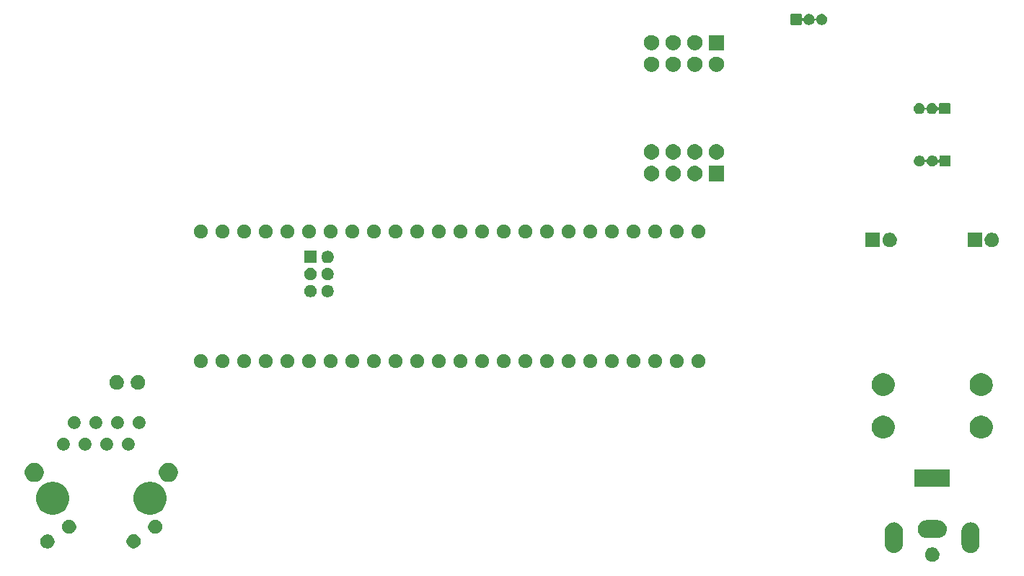
<source format=gbs>
G04 #@! TF.GenerationSoftware,KiCad,Pcbnew,(5.1.6-0-10_14)*
G04 #@! TF.CreationDate,2020-09-24T14:27:35+09:00*
G04 #@! TF.ProjectId,teabiscuits_compute,74656162-6973-4637-9569-74735f636f6d,rev?*
G04 #@! TF.SameCoordinates,Original*
G04 #@! TF.FileFunction,Soldermask,Bot*
G04 #@! TF.FilePolarity,Negative*
%FSLAX46Y46*%
G04 Gerber Fmt 4.6, Leading zero omitted, Abs format (unit mm)*
G04 Created by KiCad (PCBNEW (5.1.6-0-10_14)) date 2020-09-24 14:27:35*
%MOMM*%
%LPD*%
G01*
G04 APERTURE LIST*
%ADD10C,0.100000*%
G04 APERTURE END LIST*
D10*
G36*
X201248228Y-164181703D02*
G01*
X201403100Y-164245853D01*
X201542481Y-164338985D01*
X201661015Y-164457519D01*
X201754147Y-164596900D01*
X201818297Y-164751772D01*
X201851000Y-164916184D01*
X201851000Y-165083816D01*
X201818297Y-165248228D01*
X201754147Y-165403100D01*
X201661015Y-165542481D01*
X201542481Y-165661015D01*
X201403100Y-165754147D01*
X201248228Y-165818297D01*
X201083816Y-165851000D01*
X200916184Y-165851000D01*
X200751772Y-165818297D01*
X200596900Y-165754147D01*
X200457519Y-165661015D01*
X200338985Y-165542481D01*
X200245853Y-165403100D01*
X200181703Y-165248228D01*
X200149000Y-165083816D01*
X200149000Y-164916184D01*
X200181703Y-164751772D01*
X200245853Y-164596900D01*
X200338985Y-164457519D01*
X200457519Y-164338985D01*
X200596900Y-164245853D01*
X200751772Y-164181703D01*
X200916184Y-164149000D01*
X201083816Y-164149000D01*
X201248228Y-164181703D01*
G37*
G36*
X196706031Y-161214207D02*
G01*
X196834687Y-161253235D01*
X196904148Y-161274306D01*
X196970030Y-161309521D01*
X197086729Y-161371897D01*
X197246765Y-161503235D01*
X197378103Y-161663271D01*
X197378104Y-161663273D01*
X197475694Y-161845851D01*
X197475694Y-161845852D01*
X197475695Y-161845854D01*
X197535793Y-162043968D01*
X197551000Y-162198370D01*
X197551000Y-163801630D01*
X197535793Y-163956032D01*
X197500807Y-164071363D01*
X197475694Y-164154149D01*
X197460953Y-164181727D01*
X197378103Y-164336729D01*
X197246765Y-164496765D01*
X197086729Y-164628103D01*
X197000975Y-164673939D01*
X196904149Y-164725694D01*
X196904146Y-164725695D01*
X196706032Y-164785793D01*
X196500000Y-164806085D01*
X196293969Y-164785793D01*
X196095855Y-164725695D01*
X196095852Y-164725694D01*
X195999026Y-164673939D01*
X195913272Y-164628103D01*
X195753236Y-164496765D01*
X195621898Y-164336729D01*
X195573324Y-164245853D01*
X195524305Y-164154146D01*
X195464207Y-163956033D01*
X195449000Y-163801631D01*
X195449000Y-162198370D01*
X195464207Y-162043971D01*
X195464207Y-162043969D01*
X195524305Y-161845855D01*
X195524306Y-161845852D01*
X195559521Y-161779970D01*
X195621897Y-161663271D01*
X195753235Y-161503235D01*
X195913271Y-161371897D01*
X195999025Y-161326061D01*
X196095851Y-161274306D01*
X196165312Y-161253235D01*
X196293968Y-161214207D01*
X196500000Y-161193915D01*
X196706031Y-161214207D01*
G37*
G36*
X205706031Y-161214207D02*
G01*
X205834687Y-161253235D01*
X205904148Y-161274306D01*
X205970030Y-161309521D01*
X206086729Y-161371897D01*
X206246765Y-161503235D01*
X206378103Y-161663271D01*
X206378104Y-161663273D01*
X206475694Y-161845851D01*
X206475694Y-161845852D01*
X206475695Y-161845854D01*
X206535793Y-162043968D01*
X206551000Y-162198370D01*
X206551000Y-163801630D01*
X206535793Y-163956032D01*
X206500807Y-164071363D01*
X206475694Y-164154149D01*
X206460953Y-164181727D01*
X206378103Y-164336729D01*
X206246765Y-164496765D01*
X206086729Y-164628103D01*
X206000975Y-164673939D01*
X205904149Y-164725694D01*
X205904146Y-164725695D01*
X205706032Y-164785793D01*
X205500000Y-164806085D01*
X205293969Y-164785793D01*
X205095855Y-164725695D01*
X205095852Y-164725694D01*
X204999026Y-164673939D01*
X204913272Y-164628103D01*
X204753236Y-164496765D01*
X204621898Y-164336729D01*
X204573324Y-164245853D01*
X204524305Y-164154146D01*
X204464207Y-163956033D01*
X204449000Y-163801631D01*
X204449000Y-162198370D01*
X204464207Y-162043971D01*
X204464207Y-162043969D01*
X204524305Y-161845855D01*
X204524306Y-161845852D01*
X204559521Y-161779970D01*
X204621897Y-161663271D01*
X204753235Y-161503235D01*
X204913271Y-161371897D01*
X204999025Y-161326061D01*
X205095851Y-161274306D01*
X205165312Y-161253235D01*
X205293968Y-161214207D01*
X205500000Y-161193915D01*
X205706031Y-161214207D01*
G37*
G36*
X97360848Y-162656031D02*
G01*
X97462830Y-162698273D01*
X97511116Y-162718274D01*
X97646353Y-162808637D01*
X97761363Y-162923647D01*
X97846458Y-163051000D01*
X97851727Y-163058886D01*
X97913969Y-163209152D01*
X97941722Y-163348674D01*
X97945700Y-163368676D01*
X97945700Y-163531324D01*
X97913969Y-163690848D01*
X97851726Y-163841116D01*
X97761363Y-163976353D01*
X97646353Y-164091363D01*
X97511116Y-164181726D01*
X97511115Y-164181727D01*
X97511114Y-164181727D01*
X97360848Y-164243969D01*
X97201326Y-164275700D01*
X97038674Y-164275700D01*
X96879152Y-164243969D01*
X96728886Y-164181727D01*
X96728885Y-164181727D01*
X96728884Y-164181726D01*
X96593647Y-164091363D01*
X96478637Y-163976353D01*
X96388274Y-163841116D01*
X96326031Y-163690848D01*
X96294300Y-163531324D01*
X96294300Y-163368676D01*
X96298279Y-163348674D01*
X96326031Y-163209152D01*
X96388273Y-163058886D01*
X96393542Y-163051000D01*
X96478637Y-162923647D01*
X96593647Y-162808637D01*
X96728884Y-162718274D01*
X96777171Y-162698273D01*
X96879152Y-162656031D01*
X97038674Y-162624300D01*
X97201326Y-162624300D01*
X97360848Y-162656031D01*
G37*
G36*
X107411872Y-162624300D02*
G01*
X107470848Y-162636031D01*
X107621116Y-162698274D01*
X107756353Y-162788637D01*
X107871363Y-162903647D01*
X107961726Y-163038884D01*
X107961727Y-163038886D01*
X108023969Y-163189152D01*
X108055700Y-163348674D01*
X108055700Y-163511326D01*
X108023969Y-163670848D01*
X107969798Y-163801630D01*
X107961726Y-163821116D01*
X107871363Y-163956353D01*
X107756353Y-164071363D01*
X107621116Y-164161726D01*
X107621115Y-164161727D01*
X107621114Y-164161727D01*
X107470848Y-164223969D01*
X107311326Y-164255700D01*
X107148674Y-164255700D01*
X106989152Y-164223969D01*
X106838886Y-164161727D01*
X106838885Y-164161727D01*
X106838884Y-164161726D01*
X106703647Y-164071363D01*
X106588637Y-163956353D01*
X106498274Y-163821116D01*
X106490203Y-163801630D01*
X106436031Y-163670848D01*
X106404300Y-163511326D01*
X106404300Y-163348674D01*
X106436031Y-163189152D01*
X106498273Y-163038886D01*
X106498274Y-163038884D01*
X106588637Y-162903647D01*
X106703647Y-162788637D01*
X106838884Y-162698274D01*
X106989152Y-162636031D01*
X107048128Y-162624300D01*
X107148674Y-162604300D01*
X107311326Y-162604300D01*
X107411872Y-162624300D01*
G37*
G36*
X201753097Y-160954069D02*
G01*
X201856032Y-160964207D01*
X202054146Y-161024305D01*
X202054149Y-161024306D01*
X202150975Y-161076061D01*
X202236729Y-161121897D01*
X202396765Y-161253235D01*
X202528103Y-161413271D01*
X202568662Y-161489152D01*
X202625694Y-161595851D01*
X202625695Y-161595854D01*
X202685793Y-161793968D01*
X202706085Y-162000000D01*
X202685793Y-162206032D01*
X202670528Y-162256353D01*
X202625694Y-162404149D01*
X202594918Y-162461726D01*
X202528103Y-162586729D01*
X202396765Y-162746765D01*
X202236729Y-162878103D01*
X202188939Y-162903647D01*
X202054149Y-162975694D01*
X202054146Y-162975695D01*
X201856032Y-163035793D01*
X201753097Y-163045931D01*
X201701631Y-163051000D01*
X200298369Y-163051000D01*
X200246903Y-163045931D01*
X200143968Y-163035793D01*
X199945854Y-162975695D01*
X199945851Y-162975694D01*
X199811061Y-162903647D01*
X199763271Y-162878103D01*
X199603235Y-162746765D01*
X199471897Y-162586729D01*
X199405082Y-162461726D01*
X199374306Y-162404149D01*
X199329472Y-162256353D01*
X199314207Y-162206032D01*
X199293915Y-162000000D01*
X199314207Y-161793968D01*
X199374305Y-161595854D01*
X199374306Y-161595851D01*
X199431338Y-161489152D01*
X199471897Y-161413271D01*
X199603235Y-161253235D01*
X199763271Y-161121897D01*
X199849025Y-161076061D01*
X199945851Y-161024306D01*
X199945854Y-161024305D01*
X200143968Y-160964207D01*
X200246903Y-160954069D01*
X200298369Y-160949000D01*
X201701631Y-160949000D01*
X201753097Y-160954069D01*
G37*
G36*
X110010848Y-160936031D02*
G01*
X110161116Y-160998274D01*
X110296353Y-161088637D01*
X110411363Y-161203647D01*
X110458575Y-161274305D01*
X110501727Y-161338886D01*
X110563969Y-161489152D01*
X110595700Y-161648674D01*
X110595700Y-161811326D01*
X110563969Y-161970848D01*
X110533681Y-162043971D01*
X110501726Y-162121116D01*
X110411363Y-162256353D01*
X110296353Y-162371363D01*
X110161116Y-162461726D01*
X110161115Y-162461727D01*
X110161114Y-162461727D01*
X110010848Y-162523969D01*
X109851326Y-162555700D01*
X109688674Y-162555700D01*
X109529152Y-162523969D01*
X109378886Y-162461727D01*
X109378885Y-162461727D01*
X109378884Y-162461726D01*
X109243647Y-162371363D01*
X109128637Y-162256353D01*
X109038274Y-162121116D01*
X109006320Y-162043971D01*
X108976031Y-161970848D01*
X108944300Y-161811326D01*
X108944300Y-161648674D01*
X108976031Y-161489152D01*
X109038273Y-161338886D01*
X109081425Y-161274305D01*
X109128637Y-161203647D01*
X109243647Y-161088637D01*
X109378884Y-160998274D01*
X109529152Y-160936031D01*
X109688674Y-160904300D01*
X109851326Y-160904300D01*
X110010848Y-160936031D01*
G37*
G36*
X99900848Y-160936031D02*
G01*
X100051116Y-160998274D01*
X100186353Y-161088637D01*
X100301363Y-161203647D01*
X100348575Y-161274305D01*
X100391727Y-161338886D01*
X100453969Y-161489152D01*
X100485700Y-161648674D01*
X100485700Y-161811326D01*
X100453969Y-161970848D01*
X100423681Y-162043971D01*
X100391726Y-162121116D01*
X100301363Y-162256353D01*
X100186353Y-162371363D01*
X100051116Y-162461726D01*
X100051115Y-162461727D01*
X100051114Y-162461727D01*
X99900848Y-162523969D01*
X99741326Y-162555700D01*
X99578674Y-162555700D01*
X99419152Y-162523969D01*
X99268886Y-162461727D01*
X99268885Y-162461727D01*
X99268884Y-162461726D01*
X99133647Y-162371363D01*
X99018637Y-162256353D01*
X98928274Y-162121116D01*
X98896320Y-162043971D01*
X98866031Y-161970848D01*
X98834300Y-161811326D01*
X98834300Y-161648674D01*
X98866031Y-161489152D01*
X98928273Y-161338886D01*
X98971425Y-161274305D01*
X99018637Y-161203647D01*
X99133647Y-161088637D01*
X99268884Y-160998274D01*
X99419152Y-160936031D01*
X99578674Y-160904300D01*
X99741326Y-160904300D01*
X99900848Y-160936031D01*
G37*
G36*
X109598806Y-156488861D02*
G01*
X109723135Y-156513592D01*
X110074482Y-156659125D01*
X110390686Y-156870405D01*
X110659595Y-157139314D01*
X110870875Y-157455518D01*
X111016408Y-157806865D01*
X111090600Y-158179853D01*
X111090600Y-158560147D01*
X111016408Y-158933135D01*
X110870875Y-159284482D01*
X110659595Y-159600686D01*
X110390686Y-159869595D01*
X110074482Y-160080875D01*
X109723135Y-160226408D01*
X109598806Y-160251139D01*
X109350149Y-160300600D01*
X108969851Y-160300600D01*
X108721194Y-160251139D01*
X108596865Y-160226408D01*
X108245518Y-160080875D01*
X107929314Y-159869595D01*
X107660405Y-159600686D01*
X107449125Y-159284482D01*
X107303592Y-158933135D01*
X107229400Y-158560147D01*
X107229400Y-158179853D01*
X107303592Y-157806865D01*
X107449125Y-157455518D01*
X107660405Y-157139314D01*
X107929314Y-156870405D01*
X108245518Y-156659125D01*
X108596865Y-156513592D01*
X108721194Y-156488861D01*
X108969851Y-156439400D01*
X109350149Y-156439400D01*
X109598806Y-156488861D01*
G37*
G36*
X98168806Y-156488861D02*
G01*
X98293135Y-156513592D01*
X98644482Y-156659125D01*
X98960686Y-156870405D01*
X99229595Y-157139314D01*
X99440875Y-157455518D01*
X99586408Y-157806865D01*
X99660600Y-158179853D01*
X99660600Y-158560147D01*
X99586408Y-158933135D01*
X99440875Y-159284482D01*
X99229595Y-159600686D01*
X98960686Y-159869595D01*
X98644482Y-160080875D01*
X98293135Y-160226408D01*
X98168806Y-160251139D01*
X97920149Y-160300600D01*
X97539851Y-160300600D01*
X97291194Y-160251139D01*
X97166865Y-160226408D01*
X96815518Y-160080875D01*
X96499314Y-159869595D01*
X96230405Y-159600686D01*
X96019125Y-159284482D01*
X95873592Y-158933135D01*
X95799400Y-158560147D01*
X95799400Y-158179853D01*
X95873592Y-157806865D01*
X96019125Y-157455518D01*
X96230405Y-157139314D01*
X96499314Y-156870405D01*
X96815518Y-156659125D01*
X97166865Y-156513592D01*
X97291194Y-156488861D01*
X97539851Y-156439400D01*
X97920149Y-156439400D01*
X98168806Y-156488861D01*
G37*
G36*
X203051000Y-157051000D02*
G01*
X198949000Y-157051000D01*
X198949000Y-154949000D01*
X203051000Y-154949000D01*
X203051000Y-157051000D01*
G37*
G36*
X95892348Y-154257368D02*
G01*
X96093463Y-154340673D01*
X96274462Y-154461613D01*
X96428389Y-154615540D01*
X96549329Y-154796539D01*
X96632634Y-154997654D01*
X96675102Y-155211157D01*
X96675102Y-155428843D01*
X96632634Y-155642346D01*
X96549329Y-155843461D01*
X96428389Y-156024460D01*
X96274462Y-156178387D01*
X96093463Y-156299327D01*
X95892348Y-156382632D01*
X95678846Y-156425100D01*
X95461158Y-156425100D01*
X95247656Y-156382632D01*
X95046541Y-156299327D01*
X94865542Y-156178387D01*
X94711615Y-156024460D01*
X94590675Y-155843461D01*
X94507370Y-155642346D01*
X94464902Y-155428843D01*
X94464902Y-155211157D01*
X94507370Y-154997654D01*
X94590675Y-154796539D01*
X94711615Y-154615540D01*
X94865542Y-154461613D01*
X95046541Y-154340673D01*
X95247656Y-154257368D01*
X95461158Y-154214900D01*
X95678846Y-154214900D01*
X95892348Y-154257368D01*
G37*
G36*
X111642344Y-154257368D02*
G01*
X111843459Y-154340673D01*
X112024458Y-154461613D01*
X112178385Y-154615540D01*
X112299325Y-154796539D01*
X112382630Y-154997654D01*
X112425098Y-155211157D01*
X112425098Y-155428843D01*
X112382630Y-155642346D01*
X112299325Y-155843461D01*
X112178385Y-156024460D01*
X112024458Y-156178387D01*
X111843459Y-156299327D01*
X111642344Y-156382632D01*
X111428842Y-156425100D01*
X111211154Y-156425100D01*
X110997652Y-156382632D01*
X110796537Y-156299327D01*
X110615538Y-156178387D01*
X110461611Y-156024460D01*
X110340671Y-155843461D01*
X110257366Y-155642346D01*
X110214898Y-155428843D01*
X110214898Y-155211157D01*
X110257366Y-154997654D01*
X110340671Y-154796539D01*
X110461611Y-154615540D01*
X110615538Y-154461613D01*
X110796537Y-154340673D01*
X110997652Y-154257368D01*
X111211154Y-154214900D01*
X111428842Y-154214900D01*
X111642344Y-154257368D01*
G37*
G36*
X99094425Y-151254599D02*
G01*
X99218621Y-151279302D01*
X99355022Y-151335801D01*
X99477779Y-151417825D01*
X99582175Y-151522221D01*
X99664199Y-151644978D01*
X99720698Y-151781379D01*
X99749500Y-151926181D01*
X99749500Y-152073819D01*
X99720698Y-152218621D01*
X99664199Y-152355022D01*
X99582175Y-152477779D01*
X99477779Y-152582175D01*
X99355022Y-152664199D01*
X99218621Y-152720698D01*
X99094425Y-152745401D01*
X99073820Y-152749500D01*
X98926180Y-152749500D01*
X98905575Y-152745401D01*
X98781379Y-152720698D01*
X98644978Y-152664199D01*
X98522221Y-152582175D01*
X98417825Y-152477779D01*
X98335801Y-152355022D01*
X98279302Y-152218621D01*
X98250500Y-152073819D01*
X98250500Y-151926181D01*
X98279302Y-151781379D01*
X98335801Y-151644978D01*
X98417825Y-151522221D01*
X98522221Y-151417825D01*
X98644978Y-151335801D01*
X98781379Y-151279302D01*
X98905575Y-151254599D01*
X98926180Y-151250500D01*
X99073820Y-151250500D01*
X99094425Y-151254599D01*
G37*
G36*
X101634425Y-151254599D02*
G01*
X101758621Y-151279302D01*
X101895022Y-151335801D01*
X102017779Y-151417825D01*
X102122175Y-151522221D01*
X102204199Y-151644978D01*
X102260698Y-151781379D01*
X102289500Y-151926181D01*
X102289500Y-152073819D01*
X102260698Y-152218621D01*
X102204199Y-152355022D01*
X102122175Y-152477779D01*
X102017779Y-152582175D01*
X101895022Y-152664199D01*
X101758621Y-152720698D01*
X101634425Y-152745401D01*
X101613820Y-152749500D01*
X101466180Y-152749500D01*
X101445575Y-152745401D01*
X101321379Y-152720698D01*
X101184978Y-152664199D01*
X101062221Y-152582175D01*
X100957825Y-152477779D01*
X100875801Y-152355022D01*
X100819302Y-152218621D01*
X100790500Y-152073819D01*
X100790500Y-151926181D01*
X100819302Y-151781379D01*
X100875801Y-151644978D01*
X100957825Y-151522221D01*
X101062221Y-151417825D01*
X101184978Y-151335801D01*
X101321379Y-151279302D01*
X101445575Y-151254599D01*
X101466180Y-151250500D01*
X101613820Y-151250500D01*
X101634425Y-151254599D01*
G37*
G36*
X104174425Y-151254599D02*
G01*
X104298621Y-151279302D01*
X104435022Y-151335801D01*
X104557779Y-151417825D01*
X104662175Y-151522221D01*
X104744199Y-151644978D01*
X104800698Y-151781379D01*
X104829500Y-151926181D01*
X104829500Y-152073819D01*
X104800698Y-152218621D01*
X104744199Y-152355022D01*
X104662175Y-152477779D01*
X104557779Y-152582175D01*
X104435022Y-152664199D01*
X104298621Y-152720698D01*
X104174425Y-152745401D01*
X104153820Y-152749500D01*
X104006180Y-152749500D01*
X103985575Y-152745401D01*
X103861379Y-152720698D01*
X103724978Y-152664199D01*
X103602221Y-152582175D01*
X103497825Y-152477779D01*
X103415801Y-152355022D01*
X103359302Y-152218621D01*
X103330500Y-152073819D01*
X103330500Y-151926181D01*
X103359302Y-151781379D01*
X103415801Y-151644978D01*
X103497825Y-151522221D01*
X103602221Y-151417825D01*
X103724978Y-151335801D01*
X103861379Y-151279302D01*
X103985575Y-151254599D01*
X104006180Y-151250500D01*
X104153820Y-151250500D01*
X104174425Y-151254599D01*
G37*
G36*
X106714425Y-151254599D02*
G01*
X106838621Y-151279302D01*
X106975022Y-151335801D01*
X107097779Y-151417825D01*
X107202175Y-151522221D01*
X107284199Y-151644978D01*
X107340698Y-151781379D01*
X107369500Y-151926181D01*
X107369500Y-152073819D01*
X107340698Y-152218621D01*
X107284199Y-152355022D01*
X107202175Y-152477779D01*
X107097779Y-152582175D01*
X106975022Y-152664199D01*
X106838621Y-152720698D01*
X106714425Y-152745401D01*
X106693820Y-152749500D01*
X106546180Y-152749500D01*
X106525575Y-152745401D01*
X106401379Y-152720698D01*
X106264978Y-152664199D01*
X106142221Y-152582175D01*
X106037825Y-152477779D01*
X105955801Y-152355022D01*
X105899302Y-152218621D01*
X105870500Y-152073819D01*
X105870500Y-151926181D01*
X105899302Y-151781379D01*
X105955801Y-151644978D01*
X106037825Y-151522221D01*
X106142221Y-151417825D01*
X106264978Y-151335801D01*
X106401379Y-151279302D01*
X106525575Y-151254599D01*
X106546180Y-151250500D01*
X106693820Y-151250500D01*
X106714425Y-151254599D01*
G37*
G36*
X195644072Y-148700918D02*
G01*
X195889939Y-148802759D01*
X196111212Y-148950610D01*
X196299390Y-149138788D01*
X196447241Y-149360061D01*
X196549082Y-149605928D01*
X196601000Y-149866938D01*
X196601000Y-150133062D01*
X196549082Y-150394072D01*
X196447241Y-150639939D01*
X196299390Y-150861212D01*
X196111212Y-151049390D01*
X195889939Y-151197241D01*
X195889938Y-151197242D01*
X195889937Y-151197242D01*
X195644072Y-151299082D01*
X195383063Y-151351000D01*
X195116937Y-151351000D01*
X194855928Y-151299082D01*
X194610063Y-151197242D01*
X194610062Y-151197242D01*
X194610061Y-151197241D01*
X194388788Y-151049390D01*
X194200610Y-150861212D01*
X194052759Y-150639939D01*
X193950918Y-150394072D01*
X193899000Y-150133062D01*
X193899000Y-149866938D01*
X193950918Y-149605928D01*
X194052759Y-149360061D01*
X194200610Y-149138788D01*
X194388788Y-148950610D01*
X194610061Y-148802759D01*
X194855928Y-148700918D01*
X195116937Y-148649000D01*
X195383063Y-148649000D01*
X195644072Y-148700918D01*
G37*
G36*
X207144072Y-148700918D02*
G01*
X207389939Y-148802759D01*
X207611212Y-148950610D01*
X207799390Y-149138788D01*
X207947241Y-149360061D01*
X208049082Y-149605928D01*
X208101000Y-149866938D01*
X208101000Y-150133062D01*
X208049082Y-150394072D01*
X207947241Y-150639939D01*
X207799390Y-150861212D01*
X207611212Y-151049390D01*
X207389939Y-151197241D01*
X207389938Y-151197242D01*
X207389937Y-151197242D01*
X207144072Y-151299082D01*
X206883063Y-151351000D01*
X206616937Y-151351000D01*
X206355928Y-151299082D01*
X206110063Y-151197242D01*
X206110062Y-151197242D01*
X206110061Y-151197241D01*
X205888788Y-151049390D01*
X205700610Y-150861212D01*
X205552759Y-150639939D01*
X205450918Y-150394072D01*
X205399000Y-150133062D01*
X205399000Y-149866938D01*
X205450918Y-149605928D01*
X205552759Y-149360061D01*
X205700610Y-149138788D01*
X205888788Y-148950610D01*
X206110061Y-148802759D01*
X206355928Y-148700918D01*
X206616937Y-148649000D01*
X206883063Y-148649000D01*
X207144072Y-148700918D01*
G37*
G36*
X102904425Y-148714599D02*
G01*
X103028621Y-148739302D01*
X103165022Y-148795801D01*
X103287779Y-148877825D01*
X103392175Y-148982221D01*
X103474199Y-149104978D01*
X103530698Y-149241379D01*
X103559500Y-149386181D01*
X103559500Y-149533819D01*
X103530698Y-149678621D01*
X103474199Y-149815022D01*
X103392175Y-149937779D01*
X103287779Y-150042175D01*
X103165022Y-150124199D01*
X103028621Y-150180698D01*
X102904425Y-150205401D01*
X102883820Y-150209500D01*
X102736180Y-150209500D01*
X102715575Y-150205401D01*
X102591379Y-150180698D01*
X102454978Y-150124199D01*
X102332221Y-150042175D01*
X102227825Y-149937779D01*
X102145801Y-149815022D01*
X102089302Y-149678621D01*
X102060500Y-149533819D01*
X102060500Y-149386181D01*
X102089302Y-149241379D01*
X102145801Y-149104978D01*
X102227825Y-148982221D01*
X102332221Y-148877825D01*
X102454978Y-148795801D01*
X102591379Y-148739302D01*
X102715575Y-148714599D01*
X102736180Y-148710500D01*
X102883820Y-148710500D01*
X102904425Y-148714599D01*
G37*
G36*
X100364425Y-148714599D02*
G01*
X100488621Y-148739302D01*
X100625022Y-148795801D01*
X100747779Y-148877825D01*
X100852175Y-148982221D01*
X100934199Y-149104978D01*
X100990698Y-149241379D01*
X101019500Y-149386181D01*
X101019500Y-149533819D01*
X100990698Y-149678621D01*
X100934199Y-149815022D01*
X100852175Y-149937779D01*
X100747779Y-150042175D01*
X100625022Y-150124199D01*
X100488621Y-150180698D01*
X100364425Y-150205401D01*
X100343820Y-150209500D01*
X100196180Y-150209500D01*
X100175575Y-150205401D01*
X100051379Y-150180698D01*
X99914978Y-150124199D01*
X99792221Y-150042175D01*
X99687825Y-149937779D01*
X99605801Y-149815022D01*
X99549302Y-149678621D01*
X99520500Y-149533819D01*
X99520500Y-149386181D01*
X99549302Y-149241379D01*
X99605801Y-149104978D01*
X99687825Y-148982221D01*
X99792221Y-148877825D01*
X99914978Y-148795801D01*
X100051379Y-148739302D01*
X100175575Y-148714599D01*
X100196180Y-148710500D01*
X100343820Y-148710500D01*
X100364425Y-148714599D01*
G37*
G36*
X105444425Y-148714599D02*
G01*
X105568621Y-148739302D01*
X105705022Y-148795801D01*
X105827779Y-148877825D01*
X105932175Y-148982221D01*
X106014199Y-149104978D01*
X106070698Y-149241379D01*
X106099500Y-149386181D01*
X106099500Y-149533819D01*
X106070698Y-149678621D01*
X106014199Y-149815022D01*
X105932175Y-149937779D01*
X105827779Y-150042175D01*
X105705022Y-150124199D01*
X105568621Y-150180698D01*
X105444425Y-150205401D01*
X105423820Y-150209500D01*
X105276180Y-150209500D01*
X105255575Y-150205401D01*
X105131379Y-150180698D01*
X104994978Y-150124199D01*
X104872221Y-150042175D01*
X104767825Y-149937779D01*
X104685801Y-149815022D01*
X104629302Y-149678621D01*
X104600500Y-149533819D01*
X104600500Y-149386181D01*
X104629302Y-149241379D01*
X104685801Y-149104978D01*
X104767825Y-148982221D01*
X104872221Y-148877825D01*
X104994978Y-148795801D01*
X105131379Y-148739302D01*
X105255575Y-148714599D01*
X105276180Y-148710500D01*
X105423820Y-148710500D01*
X105444425Y-148714599D01*
G37*
G36*
X107984425Y-148714599D02*
G01*
X108108621Y-148739302D01*
X108245022Y-148795801D01*
X108367779Y-148877825D01*
X108472175Y-148982221D01*
X108554199Y-149104978D01*
X108610698Y-149241379D01*
X108639500Y-149386181D01*
X108639500Y-149533819D01*
X108610698Y-149678621D01*
X108554199Y-149815022D01*
X108472175Y-149937779D01*
X108367779Y-150042175D01*
X108245022Y-150124199D01*
X108108621Y-150180698D01*
X107984425Y-150205401D01*
X107963820Y-150209500D01*
X107816180Y-150209500D01*
X107795575Y-150205401D01*
X107671379Y-150180698D01*
X107534978Y-150124199D01*
X107412221Y-150042175D01*
X107307825Y-149937779D01*
X107225801Y-149815022D01*
X107169302Y-149678621D01*
X107140500Y-149533819D01*
X107140500Y-149386181D01*
X107169302Y-149241379D01*
X107225801Y-149104978D01*
X107307825Y-148982221D01*
X107412221Y-148877825D01*
X107534978Y-148795801D01*
X107671379Y-148739302D01*
X107795575Y-148714599D01*
X107816180Y-148710500D01*
X107963820Y-148710500D01*
X107984425Y-148714599D01*
G37*
G36*
X195644072Y-143700918D02*
G01*
X195889939Y-143802759D01*
X196001328Y-143877187D01*
X196111211Y-143950609D01*
X196299391Y-144138789D01*
X196447242Y-144360063D01*
X196549082Y-144605928D01*
X196594412Y-144833815D01*
X196601000Y-144866938D01*
X196601000Y-145133062D01*
X196549082Y-145394072D01*
X196447241Y-145639939D01*
X196299390Y-145861212D01*
X196111212Y-146049390D01*
X195889939Y-146197241D01*
X195889938Y-146197242D01*
X195889937Y-146197242D01*
X195644072Y-146299082D01*
X195383063Y-146351000D01*
X195116937Y-146351000D01*
X194855928Y-146299082D01*
X194610063Y-146197242D01*
X194610062Y-146197242D01*
X194610061Y-146197241D01*
X194388788Y-146049390D01*
X194200610Y-145861212D01*
X194052759Y-145639939D01*
X193950918Y-145394072D01*
X193899000Y-145133062D01*
X193899000Y-144866938D01*
X193905589Y-144833815D01*
X193950918Y-144605928D01*
X194052758Y-144360063D01*
X194200609Y-144138789D01*
X194388789Y-143950609D01*
X194498672Y-143877187D01*
X194610061Y-143802759D01*
X194855928Y-143700918D01*
X195116937Y-143649000D01*
X195383063Y-143649000D01*
X195644072Y-143700918D01*
G37*
G36*
X207144072Y-143700918D02*
G01*
X207389939Y-143802759D01*
X207501328Y-143877187D01*
X207611211Y-143950609D01*
X207799391Y-144138789D01*
X207947242Y-144360063D01*
X208049082Y-144605928D01*
X208094412Y-144833815D01*
X208101000Y-144866938D01*
X208101000Y-145133062D01*
X208049082Y-145394072D01*
X207947241Y-145639939D01*
X207799390Y-145861212D01*
X207611212Y-146049390D01*
X207389939Y-146197241D01*
X207389938Y-146197242D01*
X207389937Y-146197242D01*
X207144072Y-146299082D01*
X206883063Y-146351000D01*
X206616937Y-146351000D01*
X206355928Y-146299082D01*
X206110063Y-146197242D01*
X206110062Y-146197242D01*
X206110061Y-146197241D01*
X205888788Y-146049390D01*
X205700610Y-145861212D01*
X205552759Y-145639939D01*
X205450918Y-145394072D01*
X205399000Y-145133062D01*
X205399000Y-144866938D01*
X205405589Y-144833815D01*
X205450918Y-144605928D01*
X205552758Y-144360063D01*
X205700609Y-144138789D01*
X205888789Y-143950609D01*
X205998672Y-143877187D01*
X206110061Y-143802759D01*
X206355928Y-143700918D01*
X206616937Y-143649000D01*
X206883063Y-143649000D01*
X207144072Y-143700918D01*
G37*
G36*
X107998228Y-143931703D02*
G01*
X108153100Y-143995853D01*
X108292481Y-144088985D01*
X108411015Y-144207519D01*
X108504147Y-144346900D01*
X108568297Y-144501772D01*
X108601000Y-144666184D01*
X108601000Y-144833816D01*
X108568297Y-144998228D01*
X108504147Y-145153100D01*
X108411015Y-145292481D01*
X108292481Y-145411015D01*
X108153100Y-145504147D01*
X107998228Y-145568297D01*
X107833816Y-145601000D01*
X107666184Y-145601000D01*
X107501772Y-145568297D01*
X107346900Y-145504147D01*
X107207519Y-145411015D01*
X107088985Y-145292481D01*
X106995853Y-145153100D01*
X106931703Y-144998228D01*
X106899000Y-144833816D01*
X106899000Y-144666184D01*
X106931703Y-144501772D01*
X106995853Y-144346900D01*
X107088985Y-144207519D01*
X107207519Y-144088985D01*
X107346900Y-143995853D01*
X107501772Y-143931703D01*
X107666184Y-143899000D01*
X107833816Y-143899000D01*
X107998228Y-143931703D01*
G37*
G36*
X105498228Y-143931703D02*
G01*
X105653100Y-143995853D01*
X105792481Y-144088985D01*
X105911015Y-144207519D01*
X106004147Y-144346900D01*
X106068297Y-144501772D01*
X106101000Y-144666184D01*
X106101000Y-144833816D01*
X106068297Y-144998228D01*
X106004147Y-145153100D01*
X105911015Y-145292481D01*
X105792481Y-145411015D01*
X105653100Y-145504147D01*
X105498228Y-145568297D01*
X105333816Y-145601000D01*
X105166184Y-145601000D01*
X105001772Y-145568297D01*
X104846900Y-145504147D01*
X104707519Y-145411015D01*
X104588985Y-145292481D01*
X104495853Y-145153100D01*
X104431703Y-144998228D01*
X104399000Y-144833816D01*
X104399000Y-144666184D01*
X104431703Y-144501772D01*
X104495853Y-144346900D01*
X104588985Y-144207519D01*
X104707519Y-144088985D01*
X104846900Y-143995853D01*
X105001772Y-143931703D01*
X105166184Y-143899000D01*
X105333816Y-143899000D01*
X105498228Y-143931703D01*
G37*
G36*
X130607142Y-141458242D02*
G01*
X130755101Y-141519529D01*
X130888255Y-141608499D01*
X131001501Y-141721745D01*
X131090471Y-141854899D01*
X131151758Y-142002858D01*
X131183000Y-142159925D01*
X131183000Y-142320075D01*
X131151758Y-142477142D01*
X131090471Y-142625101D01*
X131001501Y-142758255D01*
X130888255Y-142871501D01*
X130755101Y-142960471D01*
X130607142Y-143021758D01*
X130450075Y-143053000D01*
X130289925Y-143053000D01*
X130132858Y-143021758D01*
X129984899Y-142960471D01*
X129851745Y-142871501D01*
X129738499Y-142758255D01*
X129649529Y-142625101D01*
X129588242Y-142477142D01*
X129557000Y-142320075D01*
X129557000Y-142159925D01*
X129588242Y-142002858D01*
X129649529Y-141854899D01*
X129738499Y-141721745D01*
X129851745Y-141608499D01*
X129984899Y-141519529D01*
X130132858Y-141458242D01*
X130289925Y-141427000D01*
X130450075Y-141427000D01*
X130607142Y-141458242D01*
G37*
G36*
X133147142Y-141458242D02*
G01*
X133295101Y-141519529D01*
X133428255Y-141608499D01*
X133541501Y-141721745D01*
X133630471Y-141854899D01*
X133691758Y-142002858D01*
X133723000Y-142159925D01*
X133723000Y-142320075D01*
X133691758Y-142477142D01*
X133630471Y-142625101D01*
X133541501Y-142758255D01*
X133428255Y-142871501D01*
X133295101Y-142960471D01*
X133147142Y-143021758D01*
X132990075Y-143053000D01*
X132829925Y-143053000D01*
X132672858Y-143021758D01*
X132524899Y-142960471D01*
X132391745Y-142871501D01*
X132278499Y-142758255D01*
X132189529Y-142625101D01*
X132128242Y-142477142D01*
X132097000Y-142320075D01*
X132097000Y-142159925D01*
X132128242Y-142002858D01*
X132189529Y-141854899D01*
X132278499Y-141721745D01*
X132391745Y-141608499D01*
X132524899Y-141519529D01*
X132672858Y-141458242D01*
X132829925Y-141427000D01*
X132990075Y-141427000D01*
X133147142Y-141458242D01*
G37*
G36*
X135687142Y-141458242D02*
G01*
X135835101Y-141519529D01*
X135968255Y-141608499D01*
X136081501Y-141721745D01*
X136170471Y-141854899D01*
X136231758Y-142002858D01*
X136263000Y-142159925D01*
X136263000Y-142320075D01*
X136231758Y-142477142D01*
X136170471Y-142625101D01*
X136081501Y-142758255D01*
X135968255Y-142871501D01*
X135835101Y-142960471D01*
X135687142Y-143021758D01*
X135530075Y-143053000D01*
X135369925Y-143053000D01*
X135212858Y-143021758D01*
X135064899Y-142960471D01*
X134931745Y-142871501D01*
X134818499Y-142758255D01*
X134729529Y-142625101D01*
X134668242Y-142477142D01*
X134637000Y-142320075D01*
X134637000Y-142159925D01*
X134668242Y-142002858D01*
X134729529Y-141854899D01*
X134818499Y-141721745D01*
X134931745Y-141608499D01*
X135064899Y-141519529D01*
X135212858Y-141458242D01*
X135369925Y-141427000D01*
X135530075Y-141427000D01*
X135687142Y-141458242D01*
G37*
G36*
X138227142Y-141458242D02*
G01*
X138375101Y-141519529D01*
X138508255Y-141608499D01*
X138621501Y-141721745D01*
X138710471Y-141854899D01*
X138771758Y-142002858D01*
X138803000Y-142159925D01*
X138803000Y-142320075D01*
X138771758Y-142477142D01*
X138710471Y-142625101D01*
X138621501Y-142758255D01*
X138508255Y-142871501D01*
X138375101Y-142960471D01*
X138227142Y-143021758D01*
X138070075Y-143053000D01*
X137909925Y-143053000D01*
X137752858Y-143021758D01*
X137604899Y-142960471D01*
X137471745Y-142871501D01*
X137358499Y-142758255D01*
X137269529Y-142625101D01*
X137208242Y-142477142D01*
X137177000Y-142320075D01*
X137177000Y-142159925D01*
X137208242Y-142002858D01*
X137269529Y-141854899D01*
X137358499Y-141721745D01*
X137471745Y-141608499D01*
X137604899Y-141519529D01*
X137752858Y-141458242D01*
X137909925Y-141427000D01*
X138070075Y-141427000D01*
X138227142Y-141458242D01*
G37*
G36*
X140767142Y-141458242D02*
G01*
X140915101Y-141519529D01*
X141048255Y-141608499D01*
X141161501Y-141721745D01*
X141250471Y-141854899D01*
X141311758Y-142002858D01*
X141343000Y-142159925D01*
X141343000Y-142320075D01*
X141311758Y-142477142D01*
X141250471Y-142625101D01*
X141161501Y-142758255D01*
X141048255Y-142871501D01*
X140915101Y-142960471D01*
X140767142Y-143021758D01*
X140610075Y-143053000D01*
X140449925Y-143053000D01*
X140292858Y-143021758D01*
X140144899Y-142960471D01*
X140011745Y-142871501D01*
X139898499Y-142758255D01*
X139809529Y-142625101D01*
X139748242Y-142477142D01*
X139717000Y-142320075D01*
X139717000Y-142159925D01*
X139748242Y-142002858D01*
X139809529Y-141854899D01*
X139898499Y-141721745D01*
X140011745Y-141608499D01*
X140144899Y-141519529D01*
X140292858Y-141458242D01*
X140449925Y-141427000D01*
X140610075Y-141427000D01*
X140767142Y-141458242D01*
G37*
G36*
X143307142Y-141458242D02*
G01*
X143455101Y-141519529D01*
X143588255Y-141608499D01*
X143701501Y-141721745D01*
X143790471Y-141854899D01*
X143851758Y-142002858D01*
X143883000Y-142159925D01*
X143883000Y-142320075D01*
X143851758Y-142477142D01*
X143790471Y-142625101D01*
X143701501Y-142758255D01*
X143588255Y-142871501D01*
X143455101Y-142960471D01*
X143307142Y-143021758D01*
X143150075Y-143053000D01*
X142989925Y-143053000D01*
X142832858Y-143021758D01*
X142684899Y-142960471D01*
X142551745Y-142871501D01*
X142438499Y-142758255D01*
X142349529Y-142625101D01*
X142288242Y-142477142D01*
X142257000Y-142320075D01*
X142257000Y-142159925D01*
X142288242Y-142002858D01*
X142349529Y-141854899D01*
X142438499Y-141721745D01*
X142551745Y-141608499D01*
X142684899Y-141519529D01*
X142832858Y-141458242D01*
X142989925Y-141427000D01*
X143150075Y-141427000D01*
X143307142Y-141458242D01*
G37*
G36*
X145847142Y-141458242D02*
G01*
X145995101Y-141519529D01*
X146128255Y-141608499D01*
X146241501Y-141721745D01*
X146330471Y-141854899D01*
X146391758Y-142002858D01*
X146423000Y-142159925D01*
X146423000Y-142320075D01*
X146391758Y-142477142D01*
X146330471Y-142625101D01*
X146241501Y-142758255D01*
X146128255Y-142871501D01*
X145995101Y-142960471D01*
X145847142Y-143021758D01*
X145690075Y-143053000D01*
X145529925Y-143053000D01*
X145372858Y-143021758D01*
X145224899Y-142960471D01*
X145091745Y-142871501D01*
X144978499Y-142758255D01*
X144889529Y-142625101D01*
X144828242Y-142477142D01*
X144797000Y-142320075D01*
X144797000Y-142159925D01*
X144828242Y-142002858D01*
X144889529Y-141854899D01*
X144978499Y-141721745D01*
X145091745Y-141608499D01*
X145224899Y-141519529D01*
X145372858Y-141458242D01*
X145529925Y-141427000D01*
X145690075Y-141427000D01*
X145847142Y-141458242D01*
G37*
G36*
X148387142Y-141458242D02*
G01*
X148535101Y-141519529D01*
X148668255Y-141608499D01*
X148781501Y-141721745D01*
X148870471Y-141854899D01*
X148931758Y-142002858D01*
X148963000Y-142159925D01*
X148963000Y-142320075D01*
X148931758Y-142477142D01*
X148870471Y-142625101D01*
X148781501Y-142758255D01*
X148668255Y-142871501D01*
X148535101Y-142960471D01*
X148387142Y-143021758D01*
X148230075Y-143053000D01*
X148069925Y-143053000D01*
X147912858Y-143021758D01*
X147764899Y-142960471D01*
X147631745Y-142871501D01*
X147518499Y-142758255D01*
X147429529Y-142625101D01*
X147368242Y-142477142D01*
X147337000Y-142320075D01*
X147337000Y-142159925D01*
X147368242Y-142002858D01*
X147429529Y-141854899D01*
X147518499Y-141721745D01*
X147631745Y-141608499D01*
X147764899Y-141519529D01*
X147912858Y-141458242D01*
X148069925Y-141427000D01*
X148230075Y-141427000D01*
X148387142Y-141458242D01*
G37*
G36*
X150927142Y-141458242D02*
G01*
X151075101Y-141519529D01*
X151208255Y-141608499D01*
X151321501Y-141721745D01*
X151410471Y-141854899D01*
X151471758Y-142002858D01*
X151503000Y-142159925D01*
X151503000Y-142320075D01*
X151471758Y-142477142D01*
X151410471Y-142625101D01*
X151321501Y-142758255D01*
X151208255Y-142871501D01*
X151075101Y-142960471D01*
X150927142Y-143021758D01*
X150770075Y-143053000D01*
X150609925Y-143053000D01*
X150452858Y-143021758D01*
X150304899Y-142960471D01*
X150171745Y-142871501D01*
X150058499Y-142758255D01*
X149969529Y-142625101D01*
X149908242Y-142477142D01*
X149877000Y-142320075D01*
X149877000Y-142159925D01*
X149908242Y-142002858D01*
X149969529Y-141854899D01*
X150058499Y-141721745D01*
X150171745Y-141608499D01*
X150304899Y-141519529D01*
X150452858Y-141458242D01*
X150609925Y-141427000D01*
X150770075Y-141427000D01*
X150927142Y-141458242D01*
G37*
G36*
X153467142Y-141458242D02*
G01*
X153615101Y-141519529D01*
X153748255Y-141608499D01*
X153861501Y-141721745D01*
X153950471Y-141854899D01*
X154011758Y-142002858D01*
X154043000Y-142159925D01*
X154043000Y-142320075D01*
X154011758Y-142477142D01*
X153950471Y-142625101D01*
X153861501Y-142758255D01*
X153748255Y-142871501D01*
X153615101Y-142960471D01*
X153467142Y-143021758D01*
X153310075Y-143053000D01*
X153149925Y-143053000D01*
X152992858Y-143021758D01*
X152844899Y-142960471D01*
X152711745Y-142871501D01*
X152598499Y-142758255D01*
X152509529Y-142625101D01*
X152448242Y-142477142D01*
X152417000Y-142320075D01*
X152417000Y-142159925D01*
X152448242Y-142002858D01*
X152509529Y-141854899D01*
X152598499Y-141721745D01*
X152711745Y-141608499D01*
X152844899Y-141519529D01*
X152992858Y-141458242D01*
X153149925Y-141427000D01*
X153310075Y-141427000D01*
X153467142Y-141458242D01*
G37*
G36*
X156007142Y-141458242D02*
G01*
X156155101Y-141519529D01*
X156288255Y-141608499D01*
X156401501Y-141721745D01*
X156490471Y-141854899D01*
X156551758Y-142002858D01*
X156583000Y-142159925D01*
X156583000Y-142320075D01*
X156551758Y-142477142D01*
X156490471Y-142625101D01*
X156401501Y-142758255D01*
X156288255Y-142871501D01*
X156155101Y-142960471D01*
X156007142Y-143021758D01*
X155850075Y-143053000D01*
X155689925Y-143053000D01*
X155532858Y-143021758D01*
X155384899Y-142960471D01*
X155251745Y-142871501D01*
X155138499Y-142758255D01*
X155049529Y-142625101D01*
X154988242Y-142477142D01*
X154957000Y-142320075D01*
X154957000Y-142159925D01*
X154988242Y-142002858D01*
X155049529Y-141854899D01*
X155138499Y-141721745D01*
X155251745Y-141608499D01*
X155384899Y-141519529D01*
X155532858Y-141458242D01*
X155689925Y-141427000D01*
X155850075Y-141427000D01*
X156007142Y-141458242D01*
G37*
G36*
X158547142Y-141458242D02*
G01*
X158695101Y-141519529D01*
X158828255Y-141608499D01*
X158941501Y-141721745D01*
X159030471Y-141854899D01*
X159091758Y-142002858D01*
X159123000Y-142159925D01*
X159123000Y-142320075D01*
X159091758Y-142477142D01*
X159030471Y-142625101D01*
X158941501Y-142758255D01*
X158828255Y-142871501D01*
X158695101Y-142960471D01*
X158547142Y-143021758D01*
X158390075Y-143053000D01*
X158229925Y-143053000D01*
X158072858Y-143021758D01*
X157924899Y-142960471D01*
X157791745Y-142871501D01*
X157678499Y-142758255D01*
X157589529Y-142625101D01*
X157528242Y-142477142D01*
X157497000Y-142320075D01*
X157497000Y-142159925D01*
X157528242Y-142002858D01*
X157589529Y-141854899D01*
X157678499Y-141721745D01*
X157791745Y-141608499D01*
X157924899Y-141519529D01*
X158072858Y-141458242D01*
X158229925Y-141427000D01*
X158390075Y-141427000D01*
X158547142Y-141458242D01*
G37*
G36*
X161087142Y-141458242D02*
G01*
X161235101Y-141519529D01*
X161368255Y-141608499D01*
X161481501Y-141721745D01*
X161570471Y-141854899D01*
X161631758Y-142002858D01*
X161663000Y-142159925D01*
X161663000Y-142320075D01*
X161631758Y-142477142D01*
X161570471Y-142625101D01*
X161481501Y-142758255D01*
X161368255Y-142871501D01*
X161235101Y-142960471D01*
X161087142Y-143021758D01*
X160930075Y-143053000D01*
X160769925Y-143053000D01*
X160612858Y-143021758D01*
X160464899Y-142960471D01*
X160331745Y-142871501D01*
X160218499Y-142758255D01*
X160129529Y-142625101D01*
X160068242Y-142477142D01*
X160037000Y-142320075D01*
X160037000Y-142159925D01*
X160068242Y-142002858D01*
X160129529Y-141854899D01*
X160218499Y-141721745D01*
X160331745Y-141608499D01*
X160464899Y-141519529D01*
X160612858Y-141458242D01*
X160769925Y-141427000D01*
X160930075Y-141427000D01*
X161087142Y-141458242D01*
G37*
G36*
X163627142Y-141458242D02*
G01*
X163775101Y-141519529D01*
X163908255Y-141608499D01*
X164021501Y-141721745D01*
X164110471Y-141854899D01*
X164171758Y-142002858D01*
X164203000Y-142159925D01*
X164203000Y-142320075D01*
X164171758Y-142477142D01*
X164110471Y-142625101D01*
X164021501Y-142758255D01*
X163908255Y-142871501D01*
X163775101Y-142960471D01*
X163627142Y-143021758D01*
X163470075Y-143053000D01*
X163309925Y-143053000D01*
X163152858Y-143021758D01*
X163004899Y-142960471D01*
X162871745Y-142871501D01*
X162758499Y-142758255D01*
X162669529Y-142625101D01*
X162608242Y-142477142D01*
X162577000Y-142320075D01*
X162577000Y-142159925D01*
X162608242Y-142002858D01*
X162669529Y-141854899D01*
X162758499Y-141721745D01*
X162871745Y-141608499D01*
X163004899Y-141519529D01*
X163152858Y-141458242D01*
X163309925Y-141427000D01*
X163470075Y-141427000D01*
X163627142Y-141458242D01*
G37*
G36*
X166167142Y-141458242D02*
G01*
X166315101Y-141519529D01*
X166448255Y-141608499D01*
X166561501Y-141721745D01*
X166650471Y-141854899D01*
X166711758Y-142002858D01*
X166743000Y-142159925D01*
X166743000Y-142320075D01*
X166711758Y-142477142D01*
X166650471Y-142625101D01*
X166561501Y-142758255D01*
X166448255Y-142871501D01*
X166315101Y-142960471D01*
X166167142Y-143021758D01*
X166010075Y-143053000D01*
X165849925Y-143053000D01*
X165692858Y-143021758D01*
X165544899Y-142960471D01*
X165411745Y-142871501D01*
X165298499Y-142758255D01*
X165209529Y-142625101D01*
X165148242Y-142477142D01*
X165117000Y-142320075D01*
X165117000Y-142159925D01*
X165148242Y-142002858D01*
X165209529Y-141854899D01*
X165298499Y-141721745D01*
X165411745Y-141608499D01*
X165544899Y-141519529D01*
X165692858Y-141458242D01*
X165849925Y-141427000D01*
X166010075Y-141427000D01*
X166167142Y-141458242D01*
G37*
G36*
X168707142Y-141458242D02*
G01*
X168855101Y-141519529D01*
X168988255Y-141608499D01*
X169101501Y-141721745D01*
X169190471Y-141854899D01*
X169251758Y-142002858D01*
X169283000Y-142159925D01*
X169283000Y-142320075D01*
X169251758Y-142477142D01*
X169190471Y-142625101D01*
X169101501Y-142758255D01*
X168988255Y-142871501D01*
X168855101Y-142960471D01*
X168707142Y-143021758D01*
X168550075Y-143053000D01*
X168389925Y-143053000D01*
X168232858Y-143021758D01*
X168084899Y-142960471D01*
X167951745Y-142871501D01*
X167838499Y-142758255D01*
X167749529Y-142625101D01*
X167688242Y-142477142D01*
X167657000Y-142320075D01*
X167657000Y-142159925D01*
X167688242Y-142002858D01*
X167749529Y-141854899D01*
X167838499Y-141721745D01*
X167951745Y-141608499D01*
X168084899Y-141519529D01*
X168232858Y-141458242D01*
X168389925Y-141427000D01*
X168550075Y-141427000D01*
X168707142Y-141458242D01*
G37*
G36*
X171247142Y-141458242D02*
G01*
X171395101Y-141519529D01*
X171528255Y-141608499D01*
X171641501Y-141721745D01*
X171730471Y-141854899D01*
X171791758Y-142002858D01*
X171823000Y-142159925D01*
X171823000Y-142320075D01*
X171791758Y-142477142D01*
X171730471Y-142625101D01*
X171641501Y-142758255D01*
X171528255Y-142871501D01*
X171395101Y-142960471D01*
X171247142Y-143021758D01*
X171090075Y-143053000D01*
X170929925Y-143053000D01*
X170772858Y-143021758D01*
X170624899Y-142960471D01*
X170491745Y-142871501D01*
X170378499Y-142758255D01*
X170289529Y-142625101D01*
X170228242Y-142477142D01*
X170197000Y-142320075D01*
X170197000Y-142159925D01*
X170228242Y-142002858D01*
X170289529Y-141854899D01*
X170378499Y-141721745D01*
X170491745Y-141608499D01*
X170624899Y-141519529D01*
X170772858Y-141458242D01*
X170929925Y-141427000D01*
X171090075Y-141427000D01*
X171247142Y-141458242D01*
G37*
G36*
X173787142Y-141458242D02*
G01*
X173935101Y-141519529D01*
X174068255Y-141608499D01*
X174181501Y-141721745D01*
X174270471Y-141854899D01*
X174331758Y-142002858D01*
X174363000Y-142159925D01*
X174363000Y-142320075D01*
X174331758Y-142477142D01*
X174270471Y-142625101D01*
X174181501Y-142758255D01*
X174068255Y-142871501D01*
X173935101Y-142960471D01*
X173787142Y-143021758D01*
X173630075Y-143053000D01*
X173469925Y-143053000D01*
X173312858Y-143021758D01*
X173164899Y-142960471D01*
X173031745Y-142871501D01*
X172918499Y-142758255D01*
X172829529Y-142625101D01*
X172768242Y-142477142D01*
X172737000Y-142320075D01*
X172737000Y-142159925D01*
X172768242Y-142002858D01*
X172829529Y-141854899D01*
X172918499Y-141721745D01*
X173031745Y-141608499D01*
X173164899Y-141519529D01*
X173312858Y-141458242D01*
X173469925Y-141427000D01*
X173630075Y-141427000D01*
X173787142Y-141458242D01*
G37*
G36*
X128067142Y-141458242D02*
G01*
X128215101Y-141519529D01*
X128348255Y-141608499D01*
X128461501Y-141721745D01*
X128550471Y-141854899D01*
X128611758Y-142002858D01*
X128643000Y-142159925D01*
X128643000Y-142320075D01*
X128611758Y-142477142D01*
X128550471Y-142625101D01*
X128461501Y-142758255D01*
X128348255Y-142871501D01*
X128215101Y-142960471D01*
X128067142Y-143021758D01*
X127910075Y-143053000D01*
X127749925Y-143053000D01*
X127592858Y-143021758D01*
X127444899Y-142960471D01*
X127311745Y-142871501D01*
X127198499Y-142758255D01*
X127109529Y-142625101D01*
X127048242Y-142477142D01*
X127017000Y-142320075D01*
X127017000Y-142159925D01*
X127048242Y-142002858D01*
X127109529Y-141854899D01*
X127198499Y-141721745D01*
X127311745Y-141608499D01*
X127444899Y-141519529D01*
X127592858Y-141458242D01*
X127749925Y-141427000D01*
X127910075Y-141427000D01*
X128067142Y-141458242D01*
G37*
G36*
X125527142Y-141458242D02*
G01*
X125675101Y-141519529D01*
X125808255Y-141608499D01*
X125921501Y-141721745D01*
X126010471Y-141854899D01*
X126071758Y-142002858D01*
X126103000Y-142159925D01*
X126103000Y-142320075D01*
X126071758Y-142477142D01*
X126010471Y-142625101D01*
X125921501Y-142758255D01*
X125808255Y-142871501D01*
X125675101Y-142960471D01*
X125527142Y-143021758D01*
X125370075Y-143053000D01*
X125209925Y-143053000D01*
X125052858Y-143021758D01*
X124904899Y-142960471D01*
X124771745Y-142871501D01*
X124658499Y-142758255D01*
X124569529Y-142625101D01*
X124508242Y-142477142D01*
X124477000Y-142320075D01*
X124477000Y-142159925D01*
X124508242Y-142002858D01*
X124569529Y-141854899D01*
X124658499Y-141721745D01*
X124771745Y-141608499D01*
X124904899Y-141519529D01*
X125052858Y-141458242D01*
X125209925Y-141427000D01*
X125370075Y-141427000D01*
X125527142Y-141458242D01*
G37*
G36*
X122987142Y-141458242D02*
G01*
X123135101Y-141519529D01*
X123268255Y-141608499D01*
X123381501Y-141721745D01*
X123470471Y-141854899D01*
X123531758Y-142002858D01*
X123563000Y-142159925D01*
X123563000Y-142320075D01*
X123531758Y-142477142D01*
X123470471Y-142625101D01*
X123381501Y-142758255D01*
X123268255Y-142871501D01*
X123135101Y-142960471D01*
X122987142Y-143021758D01*
X122830075Y-143053000D01*
X122669925Y-143053000D01*
X122512858Y-143021758D01*
X122364899Y-142960471D01*
X122231745Y-142871501D01*
X122118499Y-142758255D01*
X122029529Y-142625101D01*
X121968242Y-142477142D01*
X121937000Y-142320075D01*
X121937000Y-142159925D01*
X121968242Y-142002858D01*
X122029529Y-141854899D01*
X122118499Y-141721745D01*
X122231745Y-141608499D01*
X122364899Y-141519529D01*
X122512858Y-141458242D01*
X122669925Y-141427000D01*
X122830075Y-141427000D01*
X122987142Y-141458242D01*
G37*
G36*
X115367142Y-141458242D02*
G01*
X115515101Y-141519529D01*
X115648255Y-141608499D01*
X115761501Y-141721745D01*
X115850471Y-141854899D01*
X115911758Y-142002858D01*
X115943000Y-142159925D01*
X115943000Y-142320075D01*
X115911758Y-142477142D01*
X115850471Y-142625101D01*
X115761501Y-142758255D01*
X115648255Y-142871501D01*
X115515101Y-142960471D01*
X115367142Y-143021758D01*
X115210075Y-143053000D01*
X115049925Y-143053000D01*
X114892858Y-143021758D01*
X114744899Y-142960471D01*
X114611745Y-142871501D01*
X114498499Y-142758255D01*
X114409529Y-142625101D01*
X114348242Y-142477142D01*
X114317000Y-142320075D01*
X114317000Y-142159925D01*
X114348242Y-142002858D01*
X114409529Y-141854899D01*
X114498499Y-141721745D01*
X114611745Y-141608499D01*
X114744899Y-141519529D01*
X114892858Y-141458242D01*
X115049925Y-141427000D01*
X115210075Y-141427000D01*
X115367142Y-141458242D01*
G37*
G36*
X117907142Y-141458242D02*
G01*
X118055101Y-141519529D01*
X118188255Y-141608499D01*
X118301501Y-141721745D01*
X118390471Y-141854899D01*
X118451758Y-142002858D01*
X118483000Y-142159925D01*
X118483000Y-142320075D01*
X118451758Y-142477142D01*
X118390471Y-142625101D01*
X118301501Y-142758255D01*
X118188255Y-142871501D01*
X118055101Y-142960471D01*
X117907142Y-143021758D01*
X117750075Y-143053000D01*
X117589925Y-143053000D01*
X117432858Y-143021758D01*
X117284899Y-142960471D01*
X117151745Y-142871501D01*
X117038499Y-142758255D01*
X116949529Y-142625101D01*
X116888242Y-142477142D01*
X116857000Y-142320075D01*
X116857000Y-142159925D01*
X116888242Y-142002858D01*
X116949529Y-141854899D01*
X117038499Y-141721745D01*
X117151745Y-141608499D01*
X117284899Y-141519529D01*
X117432858Y-141458242D01*
X117589925Y-141427000D01*
X117750075Y-141427000D01*
X117907142Y-141458242D01*
G37*
G36*
X120447142Y-141458242D02*
G01*
X120595101Y-141519529D01*
X120728255Y-141608499D01*
X120841501Y-141721745D01*
X120930471Y-141854899D01*
X120991758Y-142002858D01*
X121023000Y-142159925D01*
X121023000Y-142320075D01*
X120991758Y-142477142D01*
X120930471Y-142625101D01*
X120841501Y-142758255D01*
X120728255Y-142871501D01*
X120595101Y-142960471D01*
X120447142Y-143021758D01*
X120290075Y-143053000D01*
X120129925Y-143053000D01*
X119972858Y-143021758D01*
X119824899Y-142960471D01*
X119691745Y-142871501D01*
X119578499Y-142758255D01*
X119489529Y-142625101D01*
X119428242Y-142477142D01*
X119397000Y-142320075D01*
X119397000Y-142159925D01*
X119428242Y-142002858D01*
X119489529Y-141854899D01*
X119578499Y-141721745D01*
X119691745Y-141608499D01*
X119824899Y-141519529D01*
X119972858Y-141458242D01*
X120129925Y-141427000D01*
X120290075Y-141427000D01*
X120447142Y-141458242D01*
G37*
G36*
X130211766Y-133301899D02*
G01*
X130343888Y-133356626D01*
X130343890Y-133356627D01*
X130462798Y-133436079D01*
X130563921Y-133537202D01*
X130563922Y-133537204D01*
X130643374Y-133656112D01*
X130698101Y-133788234D01*
X130726000Y-133928494D01*
X130726000Y-134071506D01*
X130698101Y-134211766D01*
X130643374Y-134343888D01*
X130643373Y-134343890D01*
X130563921Y-134462798D01*
X130462798Y-134563921D01*
X130343890Y-134643373D01*
X130343889Y-134643374D01*
X130343888Y-134643374D01*
X130211766Y-134698101D01*
X130071506Y-134726000D01*
X129928494Y-134726000D01*
X129788234Y-134698101D01*
X129656112Y-134643374D01*
X129656111Y-134643374D01*
X129656110Y-134643373D01*
X129537202Y-134563921D01*
X129436079Y-134462798D01*
X129356627Y-134343890D01*
X129356626Y-134343888D01*
X129301899Y-134211766D01*
X129274000Y-134071506D01*
X129274000Y-133928494D01*
X129301899Y-133788234D01*
X129356626Y-133656112D01*
X129436078Y-133537204D01*
X129436079Y-133537202D01*
X129537202Y-133436079D01*
X129656110Y-133356627D01*
X129656112Y-133356626D01*
X129788234Y-133301899D01*
X129928494Y-133274000D01*
X130071506Y-133274000D01*
X130211766Y-133301899D01*
G37*
G36*
X128211766Y-133301899D02*
G01*
X128343888Y-133356626D01*
X128343890Y-133356627D01*
X128462798Y-133436079D01*
X128563921Y-133537202D01*
X128563922Y-133537204D01*
X128643374Y-133656112D01*
X128698101Y-133788234D01*
X128726000Y-133928494D01*
X128726000Y-134071506D01*
X128698101Y-134211766D01*
X128643374Y-134343888D01*
X128643373Y-134343890D01*
X128563921Y-134462798D01*
X128462798Y-134563921D01*
X128343890Y-134643373D01*
X128343889Y-134643374D01*
X128343888Y-134643374D01*
X128211766Y-134698101D01*
X128071506Y-134726000D01*
X127928494Y-134726000D01*
X127788234Y-134698101D01*
X127656112Y-134643374D01*
X127656111Y-134643374D01*
X127656110Y-134643373D01*
X127537202Y-134563921D01*
X127436079Y-134462798D01*
X127356627Y-134343890D01*
X127356626Y-134343888D01*
X127301899Y-134211766D01*
X127274000Y-134071506D01*
X127274000Y-133928494D01*
X127301899Y-133788234D01*
X127356626Y-133656112D01*
X127436078Y-133537204D01*
X127436079Y-133537202D01*
X127537202Y-133436079D01*
X127656110Y-133356627D01*
X127656112Y-133356626D01*
X127788234Y-133301899D01*
X127928494Y-133274000D01*
X128071506Y-133274000D01*
X128211766Y-133301899D01*
G37*
G36*
X130211766Y-131301899D02*
G01*
X130343888Y-131356626D01*
X130343890Y-131356627D01*
X130462798Y-131436079D01*
X130563921Y-131537202D01*
X130563922Y-131537204D01*
X130643374Y-131656112D01*
X130698101Y-131788234D01*
X130726000Y-131928494D01*
X130726000Y-132071506D01*
X130698101Y-132211766D01*
X130643374Y-132343888D01*
X130643373Y-132343890D01*
X130563921Y-132462798D01*
X130462798Y-132563921D01*
X130343890Y-132643373D01*
X130343889Y-132643374D01*
X130343888Y-132643374D01*
X130211766Y-132698101D01*
X130071506Y-132726000D01*
X129928494Y-132726000D01*
X129788234Y-132698101D01*
X129656112Y-132643374D01*
X129656111Y-132643374D01*
X129656110Y-132643373D01*
X129537202Y-132563921D01*
X129436079Y-132462798D01*
X129356627Y-132343890D01*
X129356626Y-132343888D01*
X129301899Y-132211766D01*
X129274000Y-132071506D01*
X129274000Y-131928494D01*
X129301899Y-131788234D01*
X129356626Y-131656112D01*
X129436078Y-131537204D01*
X129436079Y-131537202D01*
X129537202Y-131436079D01*
X129656110Y-131356627D01*
X129656112Y-131356626D01*
X129788234Y-131301899D01*
X129928494Y-131274000D01*
X130071506Y-131274000D01*
X130211766Y-131301899D01*
G37*
G36*
X128211766Y-131301899D02*
G01*
X128343888Y-131356626D01*
X128343890Y-131356627D01*
X128462798Y-131436079D01*
X128563921Y-131537202D01*
X128563922Y-131537204D01*
X128643374Y-131656112D01*
X128698101Y-131788234D01*
X128726000Y-131928494D01*
X128726000Y-132071506D01*
X128698101Y-132211766D01*
X128643374Y-132343888D01*
X128643373Y-132343890D01*
X128563921Y-132462798D01*
X128462798Y-132563921D01*
X128343890Y-132643373D01*
X128343889Y-132643374D01*
X128343888Y-132643374D01*
X128211766Y-132698101D01*
X128071506Y-132726000D01*
X127928494Y-132726000D01*
X127788234Y-132698101D01*
X127656112Y-132643374D01*
X127656111Y-132643374D01*
X127656110Y-132643373D01*
X127537202Y-132563921D01*
X127436079Y-132462798D01*
X127356627Y-132343890D01*
X127356626Y-132343888D01*
X127301899Y-132211766D01*
X127274000Y-132071506D01*
X127274000Y-131928494D01*
X127301899Y-131788234D01*
X127356626Y-131656112D01*
X127436078Y-131537204D01*
X127436079Y-131537202D01*
X127537202Y-131436079D01*
X127656110Y-131356627D01*
X127656112Y-131356626D01*
X127788234Y-131301899D01*
X127928494Y-131274000D01*
X128071506Y-131274000D01*
X128211766Y-131301899D01*
G37*
G36*
X130211766Y-129301899D02*
G01*
X130343888Y-129356626D01*
X130343890Y-129356627D01*
X130462798Y-129436079D01*
X130563921Y-129537202D01*
X130563922Y-129537204D01*
X130643374Y-129656112D01*
X130698101Y-129788234D01*
X130726000Y-129928494D01*
X130726000Y-130071506D01*
X130698101Y-130211766D01*
X130643374Y-130343888D01*
X130643373Y-130343890D01*
X130563921Y-130462798D01*
X130462798Y-130563921D01*
X130343890Y-130643373D01*
X130343889Y-130643374D01*
X130343888Y-130643374D01*
X130211766Y-130698101D01*
X130071506Y-130726000D01*
X129928494Y-130726000D01*
X129788234Y-130698101D01*
X129656112Y-130643374D01*
X129656111Y-130643374D01*
X129656110Y-130643373D01*
X129537202Y-130563921D01*
X129436079Y-130462798D01*
X129356627Y-130343890D01*
X129356626Y-130343888D01*
X129301899Y-130211766D01*
X129274000Y-130071506D01*
X129274000Y-129928494D01*
X129301899Y-129788234D01*
X129356626Y-129656112D01*
X129436078Y-129537204D01*
X129436079Y-129537202D01*
X129537202Y-129436079D01*
X129656110Y-129356627D01*
X129656112Y-129356626D01*
X129788234Y-129301899D01*
X129928494Y-129274000D01*
X130071506Y-129274000D01*
X130211766Y-129301899D01*
G37*
G36*
X128726000Y-130726000D02*
G01*
X127274000Y-130726000D01*
X127274000Y-129274000D01*
X128726000Y-129274000D01*
X128726000Y-130726000D01*
G37*
G36*
X194851000Y-128851000D02*
G01*
X193149000Y-128851000D01*
X193149000Y-127149000D01*
X194851000Y-127149000D01*
X194851000Y-128851000D01*
G37*
G36*
X196248228Y-127181703D02*
G01*
X196403100Y-127245853D01*
X196542481Y-127338985D01*
X196661015Y-127457519D01*
X196754147Y-127596900D01*
X196818297Y-127751772D01*
X196851000Y-127916184D01*
X196851000Y-128083816D01*
X196818297Y-128248228D01*
X196754147Y-128403100D01*
X196661015Y-128542481D01*
X196542481Y-128661015D01*
X196403100Y-128754147D01*
X196248228Y-128818297D01*
X196083816Y-128851000D01*
X195916184Y-128851000D01*
X195751772Y-128818297D01*
X195596900Y-128754147D01*
X195457519Y-128661015D01*
X195338985Y-128542481D01*
X195245853Y-128403100D01*
X195181703Y-128248228D01*
X195149000Y-128083816D01*
X195149000Y-127916184D01*
X195181703Y-127751772D01*
X195245853Y-127596900D01*
X195338985Y-127457519D01*
X195457519Y-127338985D01*
X195596900Y-127245853D01*
X195751772Y-127181703D01*
X195916184Y-127149000D01*
X196083816Y-127149000D01*
X196248228Y-127181703D01*
G37*
G36*
X208248228Y-127181703D02*
G01*
X208403100Y-127245853D01*
X208542481Y-127338985D01*
X208661015Y-127457519D01*
X208754147Y-127596900D01*
X208818297Y-127751772D01*
X208851000Y-127916184D01*
X208851000Y-128083816D01*
X208818297Y-128248228D01*
X208754147Y-128403100D01*
X208661015Y-128542481D01*
X208542481Y-128661015D01*
X208403100Y-128754147D01*
X208248228Y-128818297D01*
X208083816Y-128851000D01*
X207916184Y-128851000D01*
X207751772Y-128818297D01*
X207596900Y-128754147D01*
X207457519Y-128661015D01*
X207338985Y-128542481D01*
X207245853Y-128403100D01*
X207181703Y-128248228D01*
X207149000Y-128083816D01*
X207149000Y-127916184D01*
X207181703Y-127751772D01*
X207245853Y-127596900D01*
X207338985Y-127457519D01*
X207457519Y-127338985D01*
X207596900Y-127245853D01*
X207751772Y-127181703D01*
X207916184Y-127149000D01*
X208083816Y-127149000D01*
X208248228Y-127181703D01*
G37*
G36*
X206851000Y-128851000D02*
G01*
X205149000Y-128851000D01*
X205149000Y-127149000D01*
X206851000Y-127149000D01*
X206851000Y-128851000D01*
G37*
G36*
X115367142Y-126218242D02*
G01*
X115515101Y-126279529D01*
X115648255Y-126368499D01*
X115761501Y-126481745D01*
X115850471Y-126614899D01*
X115911758Y-126762858D01*
X115943000Y-126919925D01*
X115943000Y-127080075D01*
X115911758Y-127237142D01*
X115850471Y-127385101D01*
X115761501Y-127518255D01*
X115648255Y-127631501D01*
X115515101Y-127720471D01*
X115367142Y-127781758D01*
X115210075Y-127813000D01*
X115049925Y-127813000D01*
X114892858Y-127781758D01*
X114744899Y-127720471D01*
X114611745Y-127631501D01*
X114498499Y-127518255D01*
X114409529Y-127385101D01*
X114348242Y-127237142D01*
X114317000Y-127080075D01*
X114317000Y-126919925D01*
X114348242Y-126762858D01*
X114409529Y-126614899D01*
X114498499Y-126481745D01*
X114611745Y-126368499D01*
X114744899Y-126279529D01*
X114892858Y-126218242D01*
X115049925Y-126187000D01*
X115210075Y-126187000D01*
X115367142Y-126218242D01*
G37*
G36*
X173787142Y-126218242D02*
G01*
X173935101Y-126279529D01*
X174068255Y-126368499D01*
X174181501Y-126481745D01*
X174270471Y-126614899D01*
X174331758Y-126762858D01*
X174363000Y-126919925D01*
X174363000Y-127080075D01*
X174331758Y-127237142D01*
X174270471Y-127385101D01*
X174181501Y-127518255D01*
X174068255Y-127631501D01*
X173935101Y-127720471D01*
X173787142Y-127781758D01*
X173630075Y-127813000D01*
X173469925Y-127813000D01*
X173312858Y-127781758D01*
X173164899Y-127720471D01*
X173031745Y-127631501D01*
X172918499Y-127518255D01*
X172829529Y-127385101D01*
X172768242Y-127237142D01*
X172737000Y-127080075D01*
X172737000Y-126919925D01*
X172768242Y-126762858D01*
X172829529Y-126614899D01*
X172918499Y-126481745D01*
X173031745Y-126368499D01*
X173164899Y-126279529D01*
X173312858Y-126218242D01*
X173469925Y-126187000D01*
X173630075Y-126187000D01*
X173787142Y-126218242D01*
G37*
G36*
X161087142Y-126218242D02*
G01*
X161235101Y-126279529D01*
X161368255Y-126368499D01*
X161481501Y-126481745D01*
X161570471Y-126614899D01*
X161631758Y-126762858D01*
X161663000Y-126919925D01*
X161663000Y-127080075D01*
X161631758Y-127237142D01*
X161570471Y-127385101D01*
X161481501Y-127518255D01*
X161368255Y-127631501D01*
X161235101Y-127720471D01*
X161087142Y-127781758D01*
X160930075Y-127813000D01*
X160769925Y-127813000D01*
X160612858Y-127781758D01*
X160464899Y-127720471D01*
X160331745Y-127631501D01*
X160218499Y-127518255D01*
X160129529Y-127385101D01*
X160068242Y-127237142D01*
X160037000Y-127080075D01*
X160037000Y-126919925D01*
X160068242Y-126762858D01*
X160129529Y-126614899D01*
X160218499Y-126481745D01*
X160331745Y-126368499D01*
X160464899Y-126279529D01*
X160612858Y-126218242D01*
X160769925Y-126187000D01*
X160930075Y-126187000D01*
X161087142Y-126218242D01*
G37*
G36*
X158547142Y-126218242D02*
G01*
X158695101Y-126279529D01*
X158828255Y-126368499D01*
X158941501Y-126481745D01*
X159030471Y-126614899D01*
X159091758Y-126762858D01*
X159123000Y-126919925D01*
X159123000Y-127080075D01*
X159091758Y-127237142D01*
X159030471Y-127385101D01*
X158941501Y-127518255D01*
X158828255Y-127631501D01*
X158695101Y-127720471D01*
X158547142Y-127781758D01*
X158390075Y-127813000D01*
X158229925Y-127813000D01*
X158072858Y-127781758D01*
X157924899Y-127720471D01*
X157791745Y-127631501D01*
X157678499Y-127518255D01*
X157589529Y-127385101D01*
X157528242Y-127237142D01*
X157497000Y-127080075D01*
X157497000Y-126919925D01*
X157528242Y-126762858D01*
X157589529Y-126614899D01*
X157678499Y-126481745D01*
X157791745Y-126368499D01*
X157924899Y-126279529D01*
X158072858Y-126218242D01*
X158229925Y-126187000D01*
X158390075Y-126187000D01*
X158547142Y-126218242D01*
G37*
G36*
X156007142Y-126218242D02*
G01*
X156155101Y-126279529D01*
X156288255Y-126368499D01*
X156401501Y-126481745D01*
X156490471Y-126614899D01*
X156551758Y-126762858D01*
X156583000Y-126919925D01*
X156583000Y-127080075D01*
X156551758Y-127237142D01*
X156490471Y-127385101D01*
X156401501Y-127518255D01*
X156288255Y-127631501D01*
X156155101Y-127720471D01*
X156007142Y-127781758D01*
X155850075Y-127813000D01*
X155689925Y-127813000D01*
X155532858Y-127781758D01*
X155384899Y-127720471D01*
X155251745Y-127631501D01*
X155138499Y-127518255D01*
X155049529Y-127385101D01*
X154988242Y-127237142D01*
X154957000Y-127080075D01*
X154957000Y-126919925D01*
X154988242Y-126762858D01*
X155049529Y-126614899D01*
X155138499Y-126481745D01*
X155251745Y-126368499D01*
X155384899Y-126279529D01*
X155532858Y-126218242D01*
X155689925Y-126187000D01*
X155850075Y-126187000D01*
X156007142Y-126218242D01*
G37*
G36*
X153467142Y-126218242D02*
G01*
X153615101Y-126279529D01*
X153748255Y-126368499D01*
X153861501Y-126481745D01*
X153950471Y-126614899D01*
X154011758Y-126762858D01*
X154043000Y-126919925D01*
X154043000Y-127080075D01*
X154011758Y-127237142D01*
X153950471Y-127385101D01*
X153861501Y-127518255D01*
X153748255Y-127631501D01*
X153615101Y-127720471D01*
X153467142Y-127781758D01*
X153310075Y-127813000D01*
X153149925Y-127813000D01*
X152992858Y-127781758D01*
X152844899Y-127720471D01*
X152711745Y-127631501D01*
X152598499Y-127518255D01*
X152509529Y-127385101D01*
X152448242Y-127237142D01*
X152417000Y-127080075D01*
X152417000Y-126919925D01*
X152448242Y-126762858D01*
X152509529Y-126614899D01*
X152598499Y-126481745D01*
X152711745Y-126368499D01*
X152844899Y-126279529D01*
X152992858Y-126218242D01*
X153149925Y-126187000D01*
X153310075Y-126187000D01*
X153467142Y-126218242D01*
G37*
G36*
X150927142Y-126218242D02*
G01*
X151075101Y-126279529D01*
X151208255Y-126368499D01*
X151321501Y-126481745D01*
X151410471Y-126614899D01*
X151471758Y-126762858D01*
X151503000Y-126919925D01*
X151503000Y-127080075D01*
X151471758Y-127237142D01*
X151410471Y-127385101D01*
X151321501Y-127518255D01*
X151208255Y-127631501D01*
X151075101Y-127720471D01*
X150927142Y-127781758D01*
X150770075Y-127813000D01*
X150609925Y-127813000D01*
X150452858Y-127781758D01*
X150304899Y-127720471D01*
X150171745Y-127631501D01*
X150058499Y-127518255D01*
X149969529Y-127385101D01*
X149908242Y-127237142D01*
X149877000Y-127080075D01*
X149877000Y-126919925D01*
X149908242Y-126762858D01*
X149969529Y-126614899D01*
X150058499Y-126481745D01*
X150171745Y-126368499D01*
X150304899Y-126279529D01*
X150452858Y-126218242D01*
X150609925Y-126187000D01*
X150770075Y-126187000D01*
X150927142Y-126218242D01*
G37*
G36*
X163627142Y-126218242D02*
G01*
X163775101Y-126279529D01*
X163908255Y-126368499D01*
X164021501Y-126481745D01*
X164110471Y-126614899D01*
X164171758Y-126762858D01*
X164203000Y-126919925D01*
X164203000Y-127080075D01*
X164171758Y-127237142D01*
X164110471Y-127385101D01*
X164021501Y-127518255D01*
X163908255Y-127631501D01*
X163775101Y-127720471D01*
X163627142Y-127781758D01*
X163470075Y-127813000D01*
X163309925Y-127813000D01*
X163152858Y-127781758D01*
X163004899Y-127720471D01*
X162871745Y-127631501D01*
X162758499Y-127518255D01*
X162669529Y-127385101D01*
X162608242Y-127237142D01*
X162577000Y-127080075D01*
X162577000Y-126919925D01*
X162608242Y-126762858D01*
X162669529Y-126614899D01*
X162758499Y-126481745D01*
X162871745Y-126368499D01*
X163004899Y-126279529D01*
X163152858Y-126218242D01*
X163309925Y-126187000D01*
X163470075Y-126187000D01*
X163627142Y-126218242D01*
G37*
G36*
X166167142Y-126218242D02*
G01*
X166315101Y-126279529D01*
X166448255Y-126368499D01*
X166561501Y-126481745D01*
X166650471Y-126614899D01*
X166711758Y-126762858D01*
X166743000Y-126919925D01*
X166743000Y-127080075D01*
X166711758Y-127237142D01*
X166650471Y-127385101D01*
X166561501Y-127518255D01*
X166448255Y-127631501D01*
X166315101Y-127720471D01*
X166167142Y-127781758D01*
X166010075Y-127813000D01*
X165849925Y-127813000D01*
X165692858Y-127781758D01*
X165544899Y-127720471D01*
X165411745Y-127631501D01*
X165298499Y-127518255D01*
X165209529Y-127385101D01*
X165148242Y-127237142D01*
X165117000Y-127080075D01*
X165117000Y-126919925D01*
X165148242Y-126762858D01*
X165209529Y-126614899D01*
X165298499Y-126481745D01*
X165411745Y-126368499D01*
X165544899Y-126279529D01*
X165692858Y-126218242D01*
X165849925Y-126187000D01*
X166010075Y-126187000D01*
X166167142Y-126218242D01*
G37*
G36*
X168707142Y-126218242D02*
G01*
X168855101Y-126279529D01*
X168988255Y-126368499D01*
X169101501Y-126481745D01*
X169190471Y-126614899D01*
X169251758Y-126762858D01*
X169283000Y-126919925D01*
X169283000Y-127080075D01*
X169251758Y-127237142D01*
X169190471Y-127385101D01*
X169101501Y-127518255D01*
X168988255Y-127631501D01*
X168855101Y-127720471D01*
X168707142Y-127781758D01*
X168550075Y-127813000D01*
X168389925Y-127813000D01*
X168232858Y-127781758D01*
X168084899Y-127720471D01*
X167951745Y-127631501D01*
X167838499Y-127518255D01*
X167749529Y-127385101D01*
X167688242Y-127237142D01*
X167657000Y-127080075D01*
X167657000Y-126919925D01*
X167688242Y-126762858D01*
X167749529Y-126614899D01*
X167838499Y-126481745D01*
X167951745Y-126368499D01*
X168084899Y-126279529D01*
X168232858Y-126218242D01*
X168389925Y-126187000D01*
X168550075Y-126187000D01*
X168707142Y-126218242D01*
G37*
G36*
X148387142Y-126218242D02*
G01*
X148535101Y-126279529D01*
X148668255Y-126368499D01*
X148781501Y-126481745D01*
X148870471Y-126614899D01*
X148931758Y-126762858D01*
X148963000Y-126919925D01*
X148963000Y-127080075D01*
X148931758Y-127237142D01*
X148870471Y-127385101D01*
X148781501Y-127518255D01*
X148668255Y-127631501D01*
X148535101Y-127720471D01*
X148387142Y-127781758D01*
X148230075Y-127813000D01*
X148069925Y-127813000D01*
X147912858Y-127781758D01*
X147764899Y-127720471D01*
X147631745Y-127631501D01*
X147518499Y-127518255D01*
X147429529Y-127385101D01*
X147368242Y-127237142D01*
X147337000Y-127080075D01*
X147337000Y-126919925D01*
X147368242Y-126762858D01*
X147429529Y-126614899D01*
X147518499Y-126481745D01*
X147631745Y-126368499D01*
X147764899Y-126279529D01*
X147912858Y-126218242D01*
X148069925Y-126187000D01*
X148230075Y-126187000D01*
X148387142Y-126218242D01*
G37*
G36*
X145847142Y-126218242D02*
G01*
X145995101Y-126279529D01*
X146128255Y-126368499D01*
X146241501Y-126481745D01*
X146330471Y-126614899D01*
X146391758Y-126762858D01*
X146423000Y-126919925D01*
X146423000Y-127080075D01*
X146391758Y-127237142D01*
X146330471Y-127385101D01*
X146241501Y-127518255D01*
X146128255Y-127631501D01*
X145995101Y-127720471D01*
X145847142Y-127781758D01*
X145690075Y-127813000D01*
X145529925Y-127813000D01*
X145372858Y-127781758D01*
X145224899Y-127720471D01*
X145091745Y-127631501D01*
X144978499Y-127518255D01*
X144889529Y-127385101D01*
X144828242Y-127237142D01*
X144797000Y-127080075D01*
X144797000Y-126919925D01*
X144828242Y-126762858D01*
X144889529Y-126614899D01*
X144978499Y-126481745D01*
X145091745Y-126368499D01*
X145224899Y-126279529D01*
X145372858Y-126218242D01*
X145529925Y-126187000D01*
X145690075Y-126187000D01*
X145847142Y-126218242D01*
G37*
G36*
X143307142Y-126218242D02*
G01*
X143455101Y-126279529D01*
X143588255Y-126368499D01*
X143701501Y-126481745D01*
X143790471Y-126614899D01*
X143851758Y-126762858D01*
X143883000Y-126919925D01*
X143883000Y-127080075D01*
X143851758Y-127237142D01*
X143790471Y-127385101D01*
X143701501Y-127518255D01*
X143588255Y-127631501D01*
X143455101Y-127720471D01*
X143307142Y-127781758D01*
X143150075Y-127813000D01*
X142989925Y-127813000D01*
X142832858Y-127781758D01*
X142684899Y-127720471D01*
X142551745Y-127631501D01*
X142438499Y-127518255D01*
X142349529Y-127385101D01*
X142288242Y-127237142D01*
X142257000Y-127080075D01*
X142257000Y-126919925D01*
X142288242Y-126762858D01*
X142349529Y-126614899D01*
X142438499Y-126481745D01*
X142551745Y-126368499D01*
X142684899Y-126279529D01*
X142832858Y-126218242D01*
X142989925Y-126187000D01*
X143150075Y-126187000D01*
X143307142Y-126218242D01*
G37*
G36*
X140767142Y-126218242D02*
G01*
X140915101Y-126279529D01*
X141048255Y-126368499D01*
X141161501Y-126481745D01*
X141250471Y-126614899D01*
X141311758Y-126762858D01*
X141343000Y-126919925D01*
X141343000Y-127080075D01*
X141311758Y-127237142D01*
X141250471Y-127385101D01*
X141161501Y-127518255D01*
X141048255Y-127631501D01*
X140915101Y-127720471D01*
X140767142Y-127781758D01*
X140610075Y-127813000D01*
X140449925Y-127813000D01*
X140292858Y-127781758D01*
X140144899Y-127720471D01*
X140011745Y-127631501D01*
X139898499Y-127518255D01*
X139809529Y-127385101D01*
X139748242Y-127237142D01*
X139717000Y-127080075D01*
X139717000Y-126919925D01*
X139748242Y-126762858D01*
X139809529Y-126614899D01*
X139898499Y-126481745D01*
X140011745Y-126368499D01*
X140144899Y-126279529D01*
X140292858Y-126218242D01*
X140449925Y-126187000D01*
X140610075Y-126187000D01*
X140767142Y-126218242D01*
G37*
G36*
X138227142Y-126218242D02*
G01*
X138375101Y-126279529D01*
X138508255Y-126368499D01*
X138621501Y-126481745D01*
X138710471Y-126614899D01*
X138771758Y-126762858D01*
X138803000Y-126919925D01*
X138803000Y-127080075D01*
X138771758Y-127237142D01*
X138710471Y-127385101D01*
X138621501Y-127518255D01*
X138508255Y-127631501D01*
X138375101Y-127720471D01*
X138227142Y-127781758D01*
X138070075Y-127813000D01*
X137909925Y-127813000D01*
X137752858Y-127781758D01*
X137604899Y-127720471D01*
X137471745Y-127631501D01*
X137358499Y-127518255D01*
X137269529Y-127385101D01*
X137208242Y-127237142D01*
X137177000Y-127080075D01*
X137177000Y-126919925D01*
X137208242Y-126762858D01*
X137269529Y-126614899D01*
X137358499Y-126481745D01*
X137471745Y-126368499D01*
X137604899Y-126279529D01*
X137752858Y-126218242D01*
X137909925Y-126187000D01*
X138070075Y-126187000D01*
X138227142Y-126218242D01*
G37*
G36*
X135687142Y-126218242D02*
G01*
X135835101Y-126279529D01*
X135968255Y-126368499D01*
X136081501Y-126481745D01*
X136170471Y-126614899D01*
X136231758Y-126762858D01*
X136263000Y-126919925D01*
X136263000Y-127080075D01*
X136231758Y-127237142D01*
X136170471Y-127385101D01*
X136081501Y-127518255D01*
X135968255Y-127631501D01*
X135835101Y-127720471D01*
X135687142Y-127781758D01*
X135530075Y-127813000D01*
X135369925Y-127813000D01*
X135212858Y-127781758D01*
X135064899Y-127720471D01*
X134931745Y-127631501D01*
X134818499Y-127518255D01*
X134729529Y-127385101D01*
X134668242Y-127237142D01*
X134637000Y-127080075D01*
X134637000Y-126919925D01*
X134668242Y-126762858D01*
X134729529Y-126614899D01*
X134818499Y-126481745D01*
X134931745Y-126368499D01*
X135064899Y-126279529D01*
X135212858Y-126218242D01*
X135369925Y-126187000D01*
X135530075Y-126187000D01*
X135687142Y-126218242D01*
G37*
G36*
X133147142Y-126218242D02*
G01*
X133295101Y-126279529D01*
X133428255Y-126368499D01*
X133541501Y-126481745D01*
X133630471Y-126614899D01*
X133691758Y-126762858D01*
X133723000Y-126919925D01*
X133723000Y-127080075D01*
X133691758Y-127237142D01*
X133630471Y-127385101D01*
X133541501Y-127518255D01*
X133428255Y-127631501D01*
X133295101Y-127720471D01*
X133147142Y-127781758D01*
X132990075Y-127813000D01*
X132829925Y-127813000D01*
X132672858Y-127781758D01*
X132524899Y-127720471D01*
X132391745Y-127631501D01*
X132278499Y-127518255D01*
X132189529Y-127385101D01*
X132128242Y-127237142D01*
X132097000Y-127080075D01*
X132097000Y-126919925D01*
X132128242Y-126762858D01*
X132189529Y-126614899D01*
X132278499Y-126481745D01*
X132391745Y-126368499D01*
X132524899Y-126279529D01*
X132672858Y-126218242D01*
X132829925Y-126187000D01*
X132990075Y-126187000D01*
X133147142Y-126218242D01*
G37*
G36*
X122987142Y-126218242D02*
G01*
X123135101Y-126279529D01*
X123268255Y-126368499D01*
X123381501Y-126481745D01*
X123470471Y-126614899D01*
X123531758Y-126762858D01*
X123563000Y-126919925D01*
X123563000Y-127080075D01*
X123531758Y-127237142D01*
X123470471Y-127385101D01*
X123381501Y-127518255D01*
X123268255Y-127631501D01*
X123135101Y-127720471D01*
X122987142Y-127781758D01*
X122830075Y-127813000D01*
X122669925Y-127813000D01*
X122512858Y-127781758D01*
X122364899Y-127720471D01*
X122231745Y-127631501D01*
X122118499Y-127518255D01*
X122029529Y-127385101D01*
X121968242Y-127237142D01*
X121937000Y-127080075D01*
X121937000Y-126919925D01*
X121968242Y-126762858D01*
X122029529Y-126614899D01*
X122118499Y-126481745D01*
X122231745Y-126368499D01*
X122364899Y-126279529D01*
X122512858Y-126218242D01*
X122669925Y-126187000D01*
X122830075Y-126187000D01*
X122987142Y-126218242D01*
G37*
G36*
X120447142Y-126218242D02*
G01*
X120595101Y-126279529D01*
X120728255Y-126368499D01*
X120841501Y-126481745D01*
X120930471Y-126614899D01*
X120991758Y-126762858D01*
X121023000Y-126919925D01*
X121023000Y-127080075D01*
X120991758Y-127237142D01*
X120930471Y-127385101D01*
X120841501Y-127518255D01*
X120728255Y-127631501D01*
X120595101Y-127720471D01*
X120447142Y-127781758D01*
X120290075Y-127813000D01*
X120129925Y-127813000D01*
X119972858Y-127781758D01*
X119824899Y-127720471D01*
X119691745Y-127631501D01*
X119578499Y-127518255D01*
X119489529Y-127385101D01*
X119428242Y-127237142D01*
X119397000Y-127080075D01*
X119397000Y-126919925D01*
X119428242Y-126762858D01*
X119489529Y-126614899D01*
X119578499Y-126481745D01*
X119691745Y-126368499D01*
X119824899Y-126279529D01*
X119972858Y-126218242D01*
X120129925Y-126187000D01*
X120290075Y-126187000D01*
X120447142Y-126218242D01*
G37*
G36*
X117907142Y-126218242D02*
G01*
X118055101Y-126279529D01*
X118188255Y-126368499D01*
X118301501Y-126481745D01*
X118390471Y-126614899D01*
X118451758Y-126762858D01*
X118483000Y-126919925D01*
X118483000Y-127080075D01*
X118451758Y-127237142D01*
X118390471Y-127385101D01*
X118301501Y-127518255D01*
X118188255Y-127631501D01*
X118055101Y-127720471D01*
X117907142Y-127781758D01*
X117750075Y-127813000D01*
X117589925Y-127813000D01*
X117432858Y-127781758D01*
X117284899Y-127720471D01*
X117151745Y-127631501D01*
X117038499Y-127518255D01*
X116949529Y-127385101D01*
X116888242Y-127237142D01*
X116857000Y-127080075D01*
X116857000Y-126919925D01*
X116888242Y-126762858D01*
X116949529Y-126614899D01*
X117038499Y-126481745D01*
X117151745Y-126368499D01*
X117284899Y-126279529D01*
X117432858Y-126218242D01*
X117589925Y-126187000D01*
X117750075Y-126187000D01*
X117907142Y-126218242D01*
G37*
G36*
X125527142Y-126218242D02*
G01*
X125675101Y-126279529D01*
X125808255Y-126368499D01*
X125921501Y-126481745D01*
X126010471Y-126614899D01*
X126071758Y-126762858D01*
X126103000Y-126919925D01*
X126103000Y-127080075D01*
X126071758Y-127237142D01*
X126010471Y-127385101D01*
X125921501Y-127518255D01*
X125808255Y-127631501D01*
X125675101Y-127720471D01*
X125527142Y-127781758D01*
X125370075Y-127813000D01*
X125209925Y-127813000D01*
X125052858Y-127781758D01*
X124904899Y-127720471D01*
X124771745Y-127631501D01*
X124658499Y-127518255D01*
X124569529Y-127385101D01*
X124508242Y-127237142D01*
X124477000Y-127080075D01*
X124477000Y-126919925D01*
X124508242Y-126762858D01*
X124569529Y-126614899D01*
X124658499Y-126481745D01*
X124771745Y-126368499D01*
X124904899Y-126279529D01*
X125052858Y-126218242D01*
X125209925Y-126187000D01*
X125370075Y-126187000D01*
X125527142Y-126218242D01*
G37*
G36*
X128067142Y-126218242D02*
G01*
X128215101Y-126279529D01*
X128348255Y-126368499D01*
X128461501Y-126481745D01*
X128550471Y-126614899D01*
X128611758Y-126762858D01*
X128643000Y-126919925D01*
X128643000Y-127080075D01*
X128611758Y-127237142D01*
X128550471Y-127385101D01*
X128461501Y-127518255D01*
X128348255Y-127631501D01*
X128215101Y-127720471D01*
X128067142Y-127781758D01*
X127910075Y-127813000D01*
X127749925Y-127813000D01*
X127592858Y-127781758D01*
X127444899Y-127720471D01*
X127311745Y-127631501D01*
X127198499Y-127518255D01*
X127109529Y-127385101D01*
X127048242Y-127237142D01*
X127017000Y-127080075D01*
X127017000Y-126919925D01*
X127048242Y-126762858D01*
X127109529Y-126614899D01*
X127198499Y-126481745D01*
X127311745Y-126368499D01*
X127444899Y-126279529D01*
X127592858Y-126218242D01*
X127749925Y-126187000D01*
X127910075Y-126187000D01*
X128067142Y-126218242D01*
G37*
G36*
X130607142Y-126218242D02*
G01*
X130755101Y-126279529D01*
X130888255Y-126368499D01*
X131001501Y-126481745D01*
X131090471Y-126614899D01*
X131151758Y-126762858D01*
X131183000Y-126919925D01*
X131183000Y-127080075D01*
X131151758Y-127237142D01*
X131090471Y-127385101D01*
X131001501Y-127518255D01*
X130888255Y-127631501D01*
X130755101Y-127720471D01*
X130607142Y-127781758D01*
X130450075Y-127813000D01*
X130289925Y-127813000D01*
X130132858Y-127781758D01*
X129984899Y-127720471D01*
X129851745Y-127631501D01*
X129738499Y-127518255D01*
X129649529Y-127385101D01*
X129588242Y-127237142D01*
X129557000Y-127080075D01*
X129557000Y-126919925D01*
X129588242Y-126762858D01*
X129649529Y-126614899D01*
X129738499Y-126481745D01*
X129851745Y-126368499D01*
X129984899Y-126279529D01*
X130132858Y-126218242D01*
X130289925Y-126187000D01*
X130450075Y-126187000D01*
X130607142Y-126218242D01*
G37*
G36*
X171247142Y-126218242D02*
G01*
X171395101Y-126279529D01*
X171528255Y-126368499D01*
X171641501Y-126481745D01*
X171730471Y-126614899D01*
X171791758Y-126762858D01*
X171823000Y-126919925D01*
X171823000Y-127080075D01*
X171791758Y-127237142D01*
X171730471Y-127385101D01*
X171641501Y-127518255D01*
X171528255Y-127631501D01*
X171395101Y-127720471D01*
X171247142Y-127781758D01*
X171090075Y-127813000D01*
X170929925Y-127813000D01*
X170772858Y-127781758D01*
X170624899Y-127720471D01*
X170491745Y-127631501D01*
X170378499Y-127518255D01*
X170289529Y-127385101D01*
X170228242Y-127237142D01*
X170197000Y-127080075D01*
X170197000Y-126919925D01*
X170228242Y-126762858D01*
X170289529Y-126614899D01*
X170378499Y-126481745D01*
X170491745Y-126368499D01*
X170624899Y-126279529D01*
X170772858Y-126218242D01*
X170929925Y-126187000D01*
X171090075Y-126187000D01*
X171247142Y-126218242D01*
G37*
G36*
X176561000Y-121081000D02*
G01*
X174759000Y-121081000D01*
X174759000Y-119279000D01*
X176561000Y-119279000D01*
X176561000Y-121081000D01*
G37*
G36*
X173233512Y-119283927D02*
G01*
X173382812Y-119313624D01*
X173546784Y-119381544D01*
X173694354Y-119480147D01*
X173819853Y-119605646D01*
X173918456Y-119753216D01*
X173986376Y-119917188D01*
X174021000Y-120091259D01*
X174021000Y-120268741D01*
X173986376Y-120442812D01*
X173918456Y-120606784D01*
X173819853Y-120754354D01*
X173694354Y-120879853D01*
X173546784Y-120978456D01*
X173382812Y-121046376D01*
X173233512Y-121076073D01*
X173208742Y-121081000D01*
X173031258Y-121081000D01*
X173006488Y-121076073D01*
X172857188Y-121046376D01*
X172693216Y-120978456D01*
X172545646Y-120879853D01*
X172420147Y-120754354D01*
X172321544Y-120606784D01*
X172253624Y-120442812D01*
X172219000Y-120268741D01*
X172219000Y-120091259D01*
X172253624Y-119917188D01*
X172321544Y-119753216D01*
X172420147Y-119605646D01*
X172545646Y-119480147D01*
X172693216Y-119381544D01*
X172857188Y-119313624D01*
X173006488Y-119283927D01*
X173031258Y-119279000D01*
X173208742Y-119279000D01*
X173233512Y-119283927D01*
G37*
G36*
X170693512Y-119283927D02*
G01*
X170842812Y-119313624D01*
X171006784Y-119381544D01*
X171154354Y-119480147D01*
X171279853Y-119605646D01*
X171378456Y-119753216D01*
X171446376Y-119917188D01*
X171481000Y-120091259D01*
X171481000Y-120268741D01*
X171446376Y-120442812D01*
X171378456Y-120606784D01*
X171279853Y-120754354D01*
X171154354Y-120879853D01*
X171006784Y-120978456D01*
X170842812Y-121046376D01*
X170693512Y-121076073D01*
X170668742Y-121081000D01*
X170491258Y-121081000D01*
X170466488Y-121076073D01*
X170317188Y-121046376D01*
X170153216Y-120978456D01*
X170005646Y-120879853D01*
X169880147Y-120754354D01*
X169781544Y-120606784D01*
X169713624Y-120442812D01*
X169679000Y-120268741D01*
X169679000Y-120091259D01*
X169713624Y-119917188D01*
X169781544Y-119753216D01*
X169880147Y-119605646D01*
X170005646Y-119480147D01*
X170153216Y-119381544D01*
X170317188Y-119313624D01*
X170466488Y-119283927D01*
X170491258Y-119279000D01*
X170668742Y-119279000D01*
X170693512Y-119283927D01*
G37*
G36*
X168153512Y-119283927D02*
G01*
X168302812Y-119313624D01*
X168466784Y-119381544D01*
X168614354Y-119480147D01*
X168739853Y-119605646D01*
X168838456Y-119753216D01*
X168906376Y-119917188D01*
X168941000Y-120091259D01*
X168941000Y-120268741D01*
X168906376Y-120442812D01*
X168838456Y-120606784D01*
X168739853Y-120754354D01*
X168614354Y-120879853D01*
X168466784Y-120978456D01*
X168302812Y-121046376D01*
X168153512Y-121076073D01*
X168128742Y-121081000D01*
X167951258Y-121081000D01*
X167926488Y-121076073D01*
X167777188Y-121046376D01*
X167613216Y-120978456D01*
X167465646Y-120879853D01*
X167340147Y-120754354D01*
X167241544Y-120606784D01*
X167173624Y-120442812D01*
X167139000Y-120268741D01*
X167139000Y-120091259D01*
X167173624Y-119917188D01*
X167241544Y-119753216D01*
X167340147Y-119605646D01*
X167465646Y-119480147D01*
X167613216Y-119381544D01*
X167777188Y-119313624D01*
X167926488Y-119283927D01*
X167951258Y-119279000D01*
X168128742Y-119279000D01*
X168153512Y-119283927D01*
G37*
G36*
X199689890Y-118074017D02*
G01*
X199783769Y-118112903D01*
X199808364Y-118123091D01*
X199914988Y-118194335D01*
X200005665Y-118285012D01*
X200076909Y-118391636D01*
X200125315Y-118508497D01*
X200125983Y-118510111D01*
X200127403Y-118517249D01*
X200134516Y-118540698D01*
X200146067Y-118562309D01*
X200161612Y-118581251D01*
X200180554Y-118596797D01*
X200202164Y-118608348D01*
X200225613Y-118615461D01*
X200249999Y-118617863D01*
X200274385Y-118615461D01*
X200297834Y-118608348D01*
X200319445Y-118596797D01*
X200338387Y-118581252D01*
X200353933Y-118562310D01*
X200365484Y-118540700D01*
X200372597Y-118517249D01*
X200374017Y-118510111D01*
X200374686Y-118508497D01*
X200423091Y-118391636D01*
X200494335Y-118285012D01*
X200585012Y-118194335D01*
X200691636Y-118123091D01*
X200716232Y-118112903D01*
X200810110Y-118074017D01*
X200935881Y-118049000D01*
X201064119Y-118049000D01*
X201189890Y-118074017D01*
X201283769Y-118112903D01*
X201308364Y-118123091D01*
X201414988Y-118194335D01*
X201505665Y-118285012D01*
X201542309Y-118339853D01*
X201576910Y-118391638D01*
X201608517Y-118467944D01*
X201620068Y-118489555D01*
X201635613Y-118508497D01*
X201654555Y-118524042D01*
X201676166Y-118535593D01*
X201699615Y-118542706D01*
X201724001Y-118545108D01*
X201748387Y-118542706D01*
X201771836Y-118535593D01*
X201793447Y-118524042D01*
X201812389Y-118508497D01*
X201827934Y-118489555D01*
X201839485Y-118467944D01*
X201846598Y-118444495D01*
X201849000Y-118420109D01*
X201849000Y-118158285D01*
X201851575Y-118132138D01*
X201857410Y-118112903D01*
X201866884Y-118095178D01*
X201879638Y-118079638D01*
X201895178Y-118066884D01*
X201912903Y-118057410D01*
X201932138Y-118051575D01*
X201958285Y-118049000D01*
X203041715Y-118049000D01*
X203067862Y-118051575D01*
X203087097Y-118057410D01*
X203104822Y-118066884D01*
X203120362Y-118079638D01*
X203133116Y-118095178D01*
X203142590Y-118112903D01*
X203148425Y-118132138D01*
X203151000Y-118158285D01*
X203151000Y-119241715D01*
X203148425Y-119267862D01*
X203142590Y-119287097D01*
X203133116Y-119304822D01*
X203120362Y-119320362D01*
X203104822Y-119333116D01*
X203087097Y-119342590D01*
X203067862Y-119348425D01*
X203041715Y-119351000D01*
X201958285Y-119351000D01*
X201932138Y-119348425D01*
X201912903Y-119342590D01*
X201895178Y-119333116D01*
X201879638Y-119320362D01*
X201866884Y-119304822D01*
X201857410Y-119287097D01*
X201851575Y-119267862D01*
X201849000Y-119241715D01*
X201849000Y-118979891D01*
X201846598Y-118955505D01*
X201839485Y-118932056D01*
X201827934Y-118910445D01*
X201812389Y-118891503D01*
X201793447Y-118875958D01*
X201771836Y-118864407D01*
X201748387Y-118857294D01*
X201724001Y-118854892D01*
X201699615Y-118857294D01*
X201676166Y-118864407D01*
X201654555Y-118875958D01*
X201635613Y-118891503D01*
X201620068Y-118910445D01*
X201608517Y-118932055D01*
X201576909Y-119008364D01*
X201505665Y-119114988D01*
X201414988Y-119205665D01*
X201308364Y-119276909D01*
X201308363Y-119276910D01*
X201308362Y-119276910D01*
X201189890Y-119325983D01*
X201064119Y-119351000D01*
X200935881Y-119351000D01*
X200810110Y-119325983D01*
X200691638Y-119276910D01*
X200691637Y-119276910D01*
X200691636Y-119276909D01*
X200585012Y-119205665D01*
X200494335Y-119114988D01*
X200423091Y-119008364D01*
X200374017Y-118889890D01*
X200372597Y-118882751D01*
X200365484Y-118859302D01*
X200353933Y-118837691D01*
X200338388Y-118818749D01*
X200319446Y-118803203D01*
X200297836Y-118791652D01*
X200274387Y-118784539D01*
X200250001Y-118782137D01*
X200225615Y-118784539D01*
X200202166Y-118791652D01*
X200180555Y-118803203D01*
X200161613Y-118818748D01*
X200146067Y-118837690D01*
X200134516Y-118859300D01*
X200127403Y-118882751D01*
X200125983Y-118889890D01*
X200076909Y-119008364D01*
X200005665Y-119114988D01*
X199914988Y-119205665D01*
X199808364Y-119276909D01*
X199808363Y-119276910D01*
X199808362Y-119276910D01*
X199689890Y-119325983D01*
X199564119Y-119351000D01*
X199435881Y-119351000D01*
X199310110Y-119325983D01*
X199191638Y-119276910D01*
X199191637Y-119276910D01*
X199191636Y-119276909D01*
X199085012Y-119205665D01*
X198994335Y-119114988D01*
X198923091Y-119008364D01*
X198874017Y-118889890D01*
X198863634Y-118837690D01*
X198849000Y-118764119D01*
X198849000Y-118635881D01*
X198874017Y-118510110D01*
X198923090Y-118391638D01*
X198957692Y-118339853D01*
X198994335Y-118285012D01*
X199085012Y-118194335D01*
X199191636Y-118123091D01*
X199216232Y-118112903D01*
X199310110Y-118074017D01*
X199435881Y-118049000D01*
X199564119Y-118049000D01*
X199689890Y-118074017D01*
G37*
G36*
X168153512Y-116743927D02*
G01*
X168302812Y-116773624D01*
X168466784Y-116841544D01*
X168614354Y-116940147D01*
X168739853Y-117065646D01*
X168838456Y-117213216D01*
X168906376Y-117377188D01*
X168941000Y-117551259D01*
X168941000Y-117728741D01*
X168906376Y-117902812D01*
X168838456Y-118066784D01*
X168739853Y-118214354D01*
X168614354Y-118339853D01*
X168466784Y-118438456D01*
X168302812Y-118506376D01*
X168153512Y-118536073D01*
X168128742Y-118541000D01*
X167951258Y-118541000D01*
X167926488Y-118536073D01*
X167777188Y-118506376D01*
X167613216Y-118438456D01*
X167465646Y-118339853D01*
X167340147Y-118214354D01*
X167241544Y-118066784D01*
X167173624Y-117902812D01*
X167139000Y-117728741D01*
X167139000Y-117551259D01*
X167173624Y-117377188D01*
X167241544Y-117213216D01*
X167340147Y-117065646D01*
X167465646Y-116940147D01*
X167613216Y-116841544D01*
X167777188Y-116773624D01*
X167926488Y-116743927D01*
X167951258Y-116739000D01*
X168128742Y-116739000D01*
X168153512Y-116743927D01*
G37*
G36*
X170693512Y-116743927D02*
G01*
X170842812Y-116773624D01*
X171006784Y-116841544D01*
X171154354Y-116940147D01*
X171279853Y-117065646D01*
X171378456Y-117213216D01*
X171446376Y-117377188D01*
X171481000Y-117551259D01*
X171481000Y-117728741D01*
X171446376Y-117902812D01*
X171378456Y-118066784D01*
X171279853Y-118214354D01*
X171154354Y-118339853D01*
X171006784Y-118438456D01*
X170842812Y-118506376D01*
X170693512Y-118536073D01*
X170668742Y-118541000D01*
X170491258Y-118541000D01*
X170466488Y-118536073D01*
X170317188Y-118506376D01*
X170153216Y-118438456D01*
X170005646Y-118339853D01*
X169880147Y-118214354D01*
X169781544Y-118066784D01*
X169713624Y-117902812D01*
X169679000Y-117728741D01*
X169679000Y-117551259D01*
X169713624Y-117377188D01*
X169781544Y-117213216D01*
X169880147Y-117065646D01*
X170005646Y-116940147D01*
X170153216Y-116841544D01*
X170317188Y-116773624D01*
X170466488Y-116743927D01*
X170491258Y-116739000D01*
X170668742Y-116739000D01*
X170693512Y-116743927D01*
G37*
G36*
X173233512Y-116743927D02*
G01*
X173382812Y-116773624D01*
X173546784Y-116841544D01*
X173694354Y-116940147D01*
X173819853Y-117065646D01*
X173918456Y-117213216D01*
X173986376Y-117377188D01*
X174021000Y-117551259D01*
X174021000Y-117728741D01*
X173986376Y-117902812D01*
X173918456Y-118066784D01*
X173819853Y-118214354D01*
X173694354Y-118339853D01*
X173546784Y-118438456D01*
X173382812Y-118506376D01*
X173233512Y-118536073D01*
X173208742Y-118541000D01*
X173031258Y-118541000D01*
X173006488Y-118536073D01*
X172857188Y-118506376D01*
X172693216Y-118438456D01*
X172545646Y-118339853D01*
X172420147Y-118214354D01*
X172321544Y-118066784D01*
X172253624Y-117902812D01*
X172219000Y-117728741D01*
X172219000Y-117551259D01*
X172253624Y-117377188D01*
X172321544Y-117213216D01*
X172420147Y-117065646D01*
X172545646Y-116940147D01*
X172693216Y-116841544D01*
X172857188Y-116773624D01*
X173006488Y-116743927D01*
X173031258Y-116739000D01*
X173208742Y-116739000D01*
X173233512Y-116743927D01*
G37*
G36*
X175773512Y-116743927D02*
G01*
X175922812Y-116773624D01*
X176086784Y-116841544D01*
X176234354Y-116940147D01*
X176359853Y-117065646D01*
X176458456Y-117213216D01*
X176526376Y-117377188D01*
X176561000Y-117551259D01*
X176561000Y-117728741D01*
X176526376Y-117902812D01*
X176458456Y-118066784D01*
X176359853Y-118214354D01*
X176234354Y-118339853D01*
X176086784Y-118438456D01*
X175922812Y-118506376D01*
X175773512Y-118536073D01*
X175748742Y-118541000D01*
X175571258Y-118541000D01*
X175546488Y-118536073D01*
X175397188Y-118506376D01*
X175233216Y-118438456D01*
X175085646Y-118339853D01*
X174960147Y-118214354D01*
X174861544Y-118066784D01*
X174793624Y-117902812D01*
X174759000Y-117728741D01*
X174759000Y-117551259D01*
X174793624Y-117377188D01*
X174861544Y-117213216D01*
X174960147Y-117065646D01*
X175085646Y-116940147D01*
X175233216Y-116841544D01*
X175397188Y-116773624D01*
X175546488Y-116743927D01*
X175571258Y-116739000D01*
X175748742Y-116739000D01*
X175773512Y-116743927D01*
G37*
G36*
X199664890Y-111924017D02*
G01*
X199758769Y-111962903D01*
X199783364Y-111973091D01*
X199889988Y-112044335D01*
X199980665Y-112135012D01*
X200051909Y-112241636D01*
X200100315Y-112358497D01*
X200100983Y-112360111D01*
X200102403Y-112367249D01*
X200109516Y-112390698D01*
X200121067Y-112412309D01*
X200136612Y-112431251D01*
X200155554Y-112446797D01*
X200177164Y-112458348D01*
X200200613Y-112465461D01*
X200224999Y-112467863D01*
X200249385Y-112465461D01*
X200272834Y-112458348D01*
X200294445Y-112446797D01*
X200313387Y-112431252D01*
X200328933Y-112412310D01*
X200340484Y-112390700D01*
X200347597Y-112367249D01*
X200349017Y-112360111D01*
X200349686Y-112358497D01*
X200398091Y-112241636D01*
X200469335Y-112135012D01*
X200560012Y-112044335D01*
X200666636Y-111973091D01*
X200691232Y-111962903D01*
X200785110Y-111924017D01*
X200910881Y-111899000D01*
X201039119Y-111899000D01*
X201164890Y-111924017D01*
X201258769Y-111962903D01*
X201283364Y-111973091D01*
X201336035Y-112008285D01*
X201389988Y-112044335D01*
X201480665Y-112135012D01*
X201551910Y-112241638D01*
X201583517Y-112317944D01*
X201595068Y-112339555D01*
X201610613Y-112358497D01*
X201629555Y-112374042D01*
X201651166Y-112385593D01*
X201674615Y-112392706D01*
X201699001Y-112395108D01*
X201723387Y-112392706D01*
X201746836Y-112385593D01*
X201768447Y-112374042D01*
X201787389Y-112358497D01*
X201802934Y-112339555D01*
X201814485Y-112317944D01*
X201821598Y-112294495D01*
X201824000Y-112270109D01*
X201824000Y-112008285D01*
X201826575Y-111982138D01*
X201832410Y-111962903D01*
X201841884Y-111945178D01*
X201854638Y-111929638D01*
X201870178Y-111916884D01*
X201887903Y-111907410D01*
X201907138Y-111901575D01*
X201933285Y-111899000D01*
X203016715Y-111899000D01*
X203042862Y-111901575D01*
X203062097Y-111907410D01*
X203079822Y-111916884D01*
X203095362Y-111929638D01*
X203108116Y-111945178D01*
X203117590Y-111962903D01*
X203123425Y-111982138D01*
X203126000Y-112008285D01*
X203126000Y-113091715D01*
X203123425Y-113117862D01*
X203117590Y-113137097D01*
X203108116Y-113154822D01*
X203095362Y-113170362D01*
X203079822Y-113183116D01*
X203062097Y-113192590D01*
X203042862Y-113198425D01*
X203016715Y-113201000D01*
X201933285Y-113201000D01*
X201907138Y-113198425D01*
X201887903Y-113192590D01*
X201870178Y-113183116D01*
X201854638Y-113170362D01*
X201841884Y-113154822D01*
X201832410Y-113137097D01*
X201826575Y-113117862D01*
X201824000Y-113091715D01*
X201824000Y-112829891D01*
X201821598Y-112805505D01*
X201814485Y-112782056D01*
X201802934Y-112760445D01*
X201787389Y-112741503D01*
X201768447Y-112725958D01*
X201746836Y-112714407D01*
X201723387Y-112707294D01*
X201699001Y-112704892D01*
X201674615Y-112707294D01*
X201651166Y-112714407D01*
X201629555Y-112725958D01*
X201610613Y-112741503D01*
X201595068Y-112760445D01*
X201583517Y-112782055D01*
X201551909Y-112858364D01*
X201480665Y-112964988D01*
X201389988Y-113055665D01*
X201283364Y-113126909D01*
X201283363Y-113126910D01*
X201283362Y-113126910D01*
X201164890Y-113175983D01*
X201039119Y-113201000D01*
X200910881Y-113201000D01*
X200785110Y-113175983D01*
X200666638Y-113126910D01*
X200666637Y-113126910D01*
X200666636Y-113126909D01*
X200560012Y-113055665D01*
X200469335Y-112964988D01*
X200398091Y-112858364D01*
X200349017Y-112739890D01*
X200347597Y-112732751D01*
X200340484Y-112709302D01*
X200328933Y-112687691D01*
X200313388Y-112668749D01*
X200294446Y-112653203D01*
X200272836Y-112641652D01*
X200249387Y-112634539D01*
X200225001Y-112632137D01*
X200200615Y-112634539D01*
X200177166Y-112641652D01*
X200155555Y-112653203D01*
X200136613Y-112668748D01*
X200121067Y-112687690D01*
X200109516Y-112709300D01*
X200102403Y-112732751D01*
X200100983Y-112739890D01*
X200051909Y-112858364D01*
X199980665Y-112964988D01*
X199889988Y-113055665D01*
X199783364Y-113126909D01*
X199783363Y-113126910D01*
X199783362Y-113126910D01*
X199664890Y-113175983D01*
X199539119Y-113201000D01*
X199410881Y-113201000D01*
X199285110Y-113175983D01*
X199166638Y-113126910D01*
X199166637Y-113126910D01*
X199166636Y-113126909D01*
X199060012Y-113055665D01*
X198969335Y-112964988D01*
X198898091Y-112858364D01*
X198849017Y-112739890D01*
X198838634Y-112687690D01*
X198824000Y-112614119D01*
X198824000Y-112485881D01*
X198849017Y-112360110D01*
X198898090Y-112241638D01*
X198969335Y-112135012D01*
X199060012Y-112044335D01*
X199113965Y-112008285D01*
X199166636Y-111973091D01*
X199191232Y-111962903D01*
X199285110Y-111924017D01*
X199410881Y-111899000D01*
X199539119Y-111899000D01*
X199664890Y-111924017D01*
G37*
G36*
X175773512Y-106433927D02*
G01*
X175922812Y-106463624D01*
X176086784Y-106531544D01*
X176234354Y-106630147D01*
X176359853Y-106755646D01*
X176458456Y-106903216D01*
X176526376Y-107067188D01*
X176561000Y-107241259D01*
X176561000Y-107418741D01*
X176526376Y-107592812D01*
X176458456Y-107756784D01*
X176359853Y-107904354D01*
X176234354Y-108029853D01*
X176086784Y-108128456D01*
X175922812Y-108196376D01*
X175773512Y-108226073D01*
X175748742Y-108231000D01*
X175571258Y-108231000D01*
X175546488Y-108226073D01*
X175397188Y-108196376D01*
X175233216Y-108128456D01*
X175085646Y-108029853D01*
X174960147Y-107904354D01*
X174861544Y-107756784D01*
X174793624Y-107592812D01*
X174759000Y-107418741D01*
X174759000Y-107241259D01*
X174793624Y-107067188D01*
X174861544Y-106903216D01*
X174960147Y-106755646D01*
X175085646Y-106630147D01*
X175233216Y-106531544D01*
X175397188Y-106463624D01*
X175546488Y-106433927D01*
X175571258Y-106429000D01*
X175748742Y-106429000D01*
X175773512Y-106433927D01*
G37*
G36*
X173233512Y-106433927D02*
G01*
X173382812Y-106463624D01*
X173546784Y-106531544D01*
X173694354Y-106630147D01*
X173819853Y-106755646D01*
X173918456Y-106903216D01*
X173986376Y-107067188D01*
X174021000Y-107241259D01*
X174021000Y-107418741D01*
X173986376Y-107592812D01*
X173918456Y-107756784D01*
X173819853Y-107904354D01*
X173694354Y-108029853D01*
X173546784Y-108128456D01*
X173382812Y-108196376D01*
X173233512Y-108226073D01*
X173208742Y-108231000D01*
X173031258Y-108231000D01*
X173006488Y-108226073D01*
X172857188Y-108196376D01*
X172693216Y-108128456D01*
X172545646Y-108029853D01*
X172420147Y-107904354D01*
X172321544Y-107756784D01*
X172253624Y-107592812D01*
X172219000Y-107418741D01*
X172219000Y-107241259D01*
X172253624Y-107067188D01*
X172321544Y-106903216D01*
X172420147Y-106755646D01*
X172545646Y-106630147D01*
X172693216Y-106531544D01*
X172857188Y-106463624D01*
X173006488Y-106433927D01*
X173031258Y-106429000D01*
X173208742Y-106429000D01*
X173233512Y-106433927D01*
G37*
G36*
X170693512Y-106433927D02*
G01*
X170842812Y-106463624D01*
X171006784Y-106531544D01*
X171154354Y-106630147D01*
X171279853Y-106755646D01*
X171378456Y-106903216D01*
X171446376Y-107067188D01*
X171481000Y-107241259D01*
X171481000Y-107418741D01*
X171446376Y-107592812D01*
X171378456Y-107756784D01*
X171279853Y-107904354D01*
X171154354Y-108029853D01*
X171006784Y-108128456D01*
X170842812Y-108196376D01*
X170693512Y-108226073D01*
X170668742Y-108231000D01*
X170491258Y-108231000D01*
X170466488Y-108226073D01*
X170317188Y-108196376D01*
X170153216Y-108128456D01*
X170005646Y-108029853D01*
X169880147Y-107904354D01*
X169781544Y-107756784D01*
X169713624Y-107592812D01*
X169679000Y-107418741D01*
X169679000Y-107241259D01*
X169713624Y-107067188D01*
X169781544Y-106903216D01*
X169880147Y-106755646D01*
X170005646Y-106630147D01*
X170153216Y-106531544D01*
X170317188Y-106463624D01*
X170466488Y-106433927D01*
X170491258Y-106429000D01*
X170668742Y-106429000D01*
X170693512Y-106433927D01*
G37*
G36*
X168153512Y-106433927D02*
G01*
X168302812Y-106463624D01*
X168466784Y-106531544D01*
X168614354Y-106630147D01*
X168739853Y-106755646D01*
X168838456Y-106903216D01*
X168906376Y-107067188D01*
X168941000Y-107241259D01*
X168941000Y-107418741D01*
X168906376Y-107592812D01*
X168838456Y-107756784D01*
X168739853Y-107904354D01*
X168614354Y-108029853D01*
X168466784Y-108128456D01*
X168302812Y-108196376D01*
X168153512Y-108226073D01*
X168128742Y-108231000D01*
X167951258Y-108231000D01*
X167926488Y-108226073D01*
X167777188Y-108196376D01*
X167613216Y-108128456D01*
X167465646Y-108029853D01*
X167340147Y-107904354D01*
X167241544Y-107756784D01*
X167173624Y-107592812D01*
X167139000Y-107418741D01*
X167139000Y-107241259D01*
X167173624Y-107067188D01*
X167241544Y-106903216D01*
X167340147Y-106755646D01*
X167465646Y-106630147D01*
X167613216Y-106531544D01*
X167777188Y-106463624D01*
X167926488Y-106433927D01*
X167951258Y-106429000D01*
X168128742Y-106429000D01*
X168153512Y-106433927D01*
G37*
G36*
X176561000Y-105691000D02*
G01*
X174759000Y-105691000D01*
X174759000Y-103889000D01*
X176561000Y-103889000D01*
X176561000Y-105691000D01*
G37*
G36*
X173233512Y-103893927D02*
G01*
X173382812Y-103923624D01*
X173546784Y-103991544D01*
X173694354Y-104090147D01*
X173819853Y-104215646D01*
X173918456Y-104363216D01*
X173986376Y-104527188D01*
X174021000Y-104701259D01*
X174021000Y-104878741D01*
X173986376Y-105052812D01*
X173918456Y-105216784D01*
X173819853Y-105364354D01*
X173694354Y-105489853D01*
X173546784Y-105588456D01*
X173382812Y-105656376D01*
X173233512Y-105686073D01*
X173208742Y-105691000D01*
X173031258Y-105691000D01*
X173006488Y-105686073D01*
X172857188Y-105656376D01*
X172693216Y-105588456D01*
X172545646Y-105489853D01*
X172420147Y-105364354D01*
X172321544Y-105216784D01*
X172253624Y-105052812D01*
X172219000Y-104878741D01*
X172219000Y-104701259D01*
X172253624Y-104527188D01*
X172321544Y-104363216D01*
X172420147Y-104215646D01*
X172545646Y-104090147D01*
X172693216Y-103991544D01*
X172857188Y-103923624D01*
X173006488Y-103893927D01*
X173031258Y-103889000D01*
X173208742Y-103889000D01*
X173233512Y-103893927D01*
G37*
G36*
X170693512Y-103893927D02*
G01*
X170842812Y-103923624D01*
X171006784Y-103991544D01*
X171154354Y-104090147D01*
X171279853Y-104215646D01*
X171378456Y-104363216D01*
X171446376Y-104527188D01*
X171481000Y-104701259D01*
X171481000Y-104878741D01*
X171446376Y-105052812D01*
X171378456Y-105216784D01*
X171279853Y-105364354D01*
X171154354Y-105489853D01*
X171006784Y-105588456D01*
X170842812Y-105656376D01*
X170693512Y-105686073D01*
X170668742Y-105691000D01*
X170491258Y-105691000D01*
X170466488Y-105686073D01*
X170317188Y-105656376D01*
X170153216Y-105588456D01*
X170005646Y-105489853D01*
X169880147Y-105364354D01*
X169781544Y-105216784D01*
X169713624Y-105052812D01*
X169679000Y-104878741D01*
X169679000Y-104701259D01*
X169713624Y-104527188D01*
X169781544Y-104363216D01*
X169880147Y-104215646D01*
X170005646Y-104090147D01*
X170153216Y-103991544D01*
X170317188Y-103923624D01*
X170466488Y-103893927D01*
X170491258Y-103889000D01*
X170668742Y-103889000D01*
X170693512Y-103893927D01*
G37*
G36*
X168153512Y-103893927D02*
G01*
X168302812Y-103923624D01*
X168466784Y-103991544D01*
X168614354Y-104090147D01*
X168739853Y-104215646D01*
X168838456Y-104363216D01*
X168906376Y-104527188D01*
X168941000Y-104701259D01*
X168941000Y-104878741D01*
X168906376Y-105052812D01*
X168838456Y-105216784D01*
X168739853Y-105364354D01*
X168614354Y-105489853D01*
X168466784Y-105588456D01*
X168302812Y-105656376D01*
X168153512Y-105686073D01*
X168128742Y-105691000D01*
X167951258Y-105691000D01*
X167926488Y-105686073D01*
X167777188Y-105656376D01*
X167613216Y-105588456D01*
X167465646Y-105489853D01*
X167340147Y-105364354D01*
X167241544Y-105216784D01*
X167173624Y-105052812D01*
X167139000Y-104878741D01*
X167139000Y-104701259D01*
X167173624Y-104527188D01*
X167241544Y-104363216D01*
X167340147Y-104215646D01*
X167465646Y-104090147D01*
X167613216Y-103991544D01*
X167777188Y-103923624D01*
X167926488Y-103893927D01*
X167951258Y-103889000D01*
X168128742Y-103889000D01*
X168153512Y-103893927D01*
G37*
G36*
X185592862Y-101426575D02*
G01*
X185612097Y-101432410D01*
X185629822Y-101441884D01*
X185645362Y-101454638D01*
X185658116Y-101470178D01*
X185667590Y-101487903D01*
X185673425Y-101507138D01*
X185676000Y-101533285D01*
X185676000Y-101795109D01*
X185678402Y-101819495D01*
X185685515Y-101842944D01*
X185697066Y-101864555D01*
X185712611Y-101883497D01*
X185731553Y-101899042D01*
X185753164Y-101910593D01*
X185776613Y-101917706D01*
X185800999Y-101920108D01*
X185825385Y-101917706D01*
X185848834Y-101910593D01*
X185870445Y-101899042D01*
X185889387Y-101883497D01*
X185904932Y-101864555D01*
X185916483Y-101842944D01*
X185948090Y-101766638D01*
X186019335Y-101660012D01*
X186110012Y-101569335D01*
X186163965Y-101533285D01*
X186216636Y-101498091D01*
X186241232Y-101487903D01*
X186335110Y-101449017D01*
X186460881Y-101424000D01*
X186589119Y-101424000D01*
X186714890Y-101449017D01*
X186808769Y-101487903D01*
X186833364Y-101498091D01*
X186939988Y-101569335D01*
X187030665Y-101660012D01*
X187101909Y-101766636D01*
X187150315Y-101883497D01*
X187150983Y-101885111D01*
X187152403Y-101892249D01*
X187159516Y-101915698D01*
X187171067Y-101937309D01*
X187186612Y-101956251D01*
X187205554Y-101971797D01*
X187227164Y-101983348D01*
X187250613Y-101990461D01*
X187274999Y-101992863D01*
X187299385Y-101990461D01*
X187322834Y-101983348D01*
X187344445Y-101971797D01*
X187363387Y-101956252D01*
X187378933Y-101937310D01*
X187390484Y-101915700D01*
X187397597Y-101892249D01*
X187399017Y-101885111D01*
X187399686Y-101883497D01*
X187448091Y-101766636D01*
X187519335Y-101660012D01*
X187610012Y-101569335D01*
X187716636Y-101498091D01*
X187741232Y-101487903D01*
X187835110Y-101449017D01*
X187960881Y-101424000D01*
X188089119Y-101424000D01*
X188214890Y-101449017D01*
X188308769Y-101487903D01*
X188333364Y-101498091D01*
X188386035Y-101533285D01*
X188439988Y-101569335D01*
X188530665Y-101660012D01*
X188601910Y-101766638D01*
X188650983Y-101885110D01*
X188676000Y-102010881D01*
X188676000Y-102139119D01*
X188661366Y-102212690D01*
X188650983Y-102264890D01*
X188601909Y-102383364D01*
X188530665Y-102489988D01*
X188439988Y-102580665D01*
X188333364Y-102651909D01*
X188333363Y-102651910D01*
X188333362Y-102651910D01*
X188214890Y-102700983D01*
X188089119Y-102726000D01*
X187960881Y-102726000D01*
X187835110Y-102700983D01*
X187716638Y-102651910D01*
X187716637Y-102651910D01*
X187716636Y-102651909D01*
X187610012Y-102580665D01*
X187519335Y-102489988D01*
X187448091Y-102383364D01*
X187399017Y-102264890D01*
X187397597Y-102257751D01*
X187390484Y-102234302D01*
X187378933Y-102212691D01*
X187363388Y-102193749D01*
X187344446Y-102178203D01*
X187322836Y-102166652D01*
X187299387Y-102159539D01*
X187275001Y-102157137D01*
X187250615Y-102159539D01*
X187227166Y-102166652D01*
X187205555Y-102178203D01*
X187186613Y-102193748D01*
X187171067Y-102212690D01*
X187159516Y-102234300D01*
X187152403Y-102257751D01*
X187150983Y-102264890D01*
X187101909Y-102383364D01*
X187030665Y-102489988D01*
X186939988Y-102580665D01*
X186833364Y-102651909D01*
X186833363Y-102651910D01*
X186833362Y-102651910D01*
X186714890Y-102700983D01*
X186589119Y-102726000D01*
X186460881Y-102726000D01*
X186335110Y-102700983D01*
X186216638Y-102651910D01*
X186216637Y-102651910D01*
X186216636Y-102651909D01*
X186110012Y-102580665D01*
X186019335Y-102489988D01*
X185948091Y-102383364D01*
X185916483Y-102307055D01*
X185904932Y-102285445D01*
X185889387Y-102266503D01*
X185870445Y-102250958D01*
X185848834Y-102239407D01*
X185825385Y-102232294D01*
X185800999Y-102229892D01*
X185776613Y-102232294D01*
X185753164Y-102239407D01*
X185731553Y-102250958D01*
X185712611Y-102266503D01*
X185697066Y-102285445D01*
X185685515Y-102307056D01*
X185678402Y-102330505D01*
X185676000Y-102354891D01*
X185676000Y-102616715D01*
X185673425Y-102642862D01*
X185667590Y-102662097D01*
X185658116Y-102679822D01*
X185645362Y-102695362D01*
X185629822Y-102708116D01*
X185612097Y-102717590D01*
X185592862Y-102723425D01*
X185566715Y-102726000D01*
X184483285Y-102726000D01*
X184457138Y-102723425D01*
X184437903Y-102717590D01*
X184420178Y-102708116D01*
X184404638Y-102695362D01*
X184391884Y-102679822D01*
X184382410Y-102662097D01*
X184376575Y-102642862D01*
X184374000Y-102616715D01*
X184374000Y-101533285D01*
X184376575Y-101507138D01*
X184382410Y-101487903D01*
X184391884Y-101470178D01*
X184404638Y-101454638D01*
X184420178Y-101441884D01*
X184437903Y-101432410D01*
X184457138Y-101426575D01*
X184483285Y-101424000D01*
X185566715Y-101424000D01*
X185592862Y-101426575D01*
G37*
M02*

</source>
